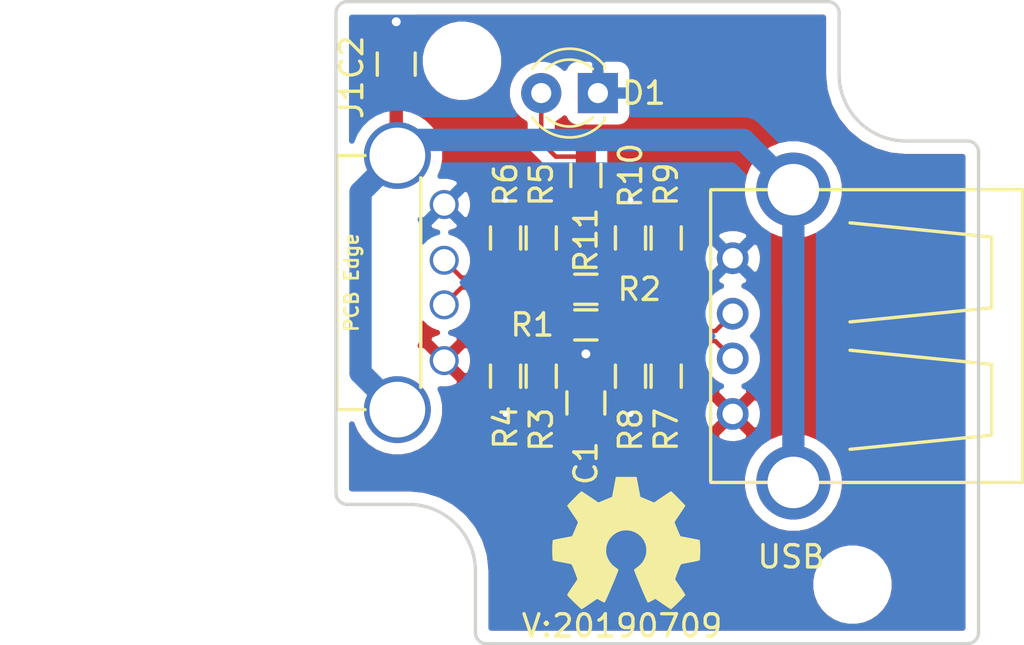
<source format=kicad_pcb>
(kicad_pcb (version 20171130) (host pcbnew 5.1.2-f72e74a~84~ubuntu18.04.1)

  (general
    (thickness 1.6)
    (drawings 16)
    (tracks 64)
    (zones 0)
    (modules 20)
    (nets 9)
  )

  (page A4)
  (layers
    (0 F.Cu signal)
    (31 B.Cu signal)
    (32 B.Adhes user)
    (33 F.Adhes user)
    (34 B.Paste user)
    (35 F.Paste user)
    (36 B.SilkS user)
    (37 F.SilkS user)
    (38 B.Mask user)
    (39 F.Mask user)
    (40 Dwgs.User user)
    (41 Cmts.User user)
    (42 Eco1.User user)
    (43 Eco2.User user)
    (44 Edge.Cuts user)
    (45 Margin user)
    (46 B.CrtYd user)
    (47 F.CrtYd user)
    (48 B.Fab user)
    (49 F.Fab user)
  )

  (setup
    (last_trace_width 0.2)
    (user_trace_width 0.1524)
    (user_trace_width 0.2)
    (user_trace_width 0.3)
    (user_trace_width 0.4)
    (user_trace_width 0.6)
    (user_trace_width 1)
    (user_trace_width 1.5)
    (user_trace_width 2)
    (trace_clearance 0.1524)
    (zone_clearance 0.508)
    (zone_45_only no)
    (trace_min 0.1524)
    (via_size 0.381)
    (via_drill 0.254)
    (via_min_size 0.381)
    (via_min_drill 0.254)
    (user_via 0.4 0.254)
    (user_via 0.6 0.4)
    (user_via 0.8 0.6)
    (user_via 1 0.8)
    (user_via 1.3 1)
    (user_via 1.5 1.2)
    (user_via 1.7 1.4)
    (user_via 1.9 1.6)
    (uvia_size 0.381)
    (uvia_drill 0.254)
    (uvias_allowed no)
    (uvia_min_size 0.381)
    (uvia_min_drill 0.254)
    (edge_width 0.15)
    (segment_width 0.2)
    (pcb_text_width 0.3)
    (pcb_text_size 1.5 1.5)
    (mod_edge_width 0.15)
    (mod_text_size 1 1)
    (mod_text_width 0.15)
    (pad_size 1.524 1.524)
    (pad_drill 0.762)
    (pad_to_mask_clearance 0.1)
    (solder_mask_min_width 0.15)
    (aux_axis_origin 0 0)
    (visible_elements FFFFFF7F)
    (pcbplotparams
      (layerselection 0x010fc_ffffffff)
      (usegerberextensions true)
      (usegerberattributes false)
      (usegerberadvancedattributes false)
      (creategerberjobfile false)
      (excludeedgelayer true)
      (linewidth 0.100000)
      (plotframeref false)
      (viasonmask false)
      (mode 1)
      (useauxorigin false)
      (hpglpennumber 1)
      (hpglpenspeed 20)
      (hpglpendiameter 15.000000)
      (psnegative false)
      (psa4output false)
      (plotreference true)
      (plotvalue true)
      (plotinvisibletext false)
      (padsonsilk false)
      (subtractmaskfromsilk false)
      (outputformat 1)
      (mirror false)
      (drillshape 0)
      (scaleselection 1)
      (outputdirectory "OSH_Park_2_layer_plots"))
  )

  (net 0 "")
  (net 1 /VBUS)
  (net 2 /GND)
  (net 3 /Shield)
  (net 4 /IN_USB-D-)
  (net 5 /IN_USB-D+)
  (net 6 /OUT_USB-D+)
  (net 7 /OUT_USB-D-)
  (net 8 "Net-(D1-Pad2)")

  (net_class Default "This is the default net class."
    (clearance 0.1524)
    (trace_width 0.1524)
    (via_dia 0.381)
    (via_drill 0.254)
    (uvia_dia 0.381)
    (uvia_drill 0.254)
    (add_net /GND)
    (add_net /IN_USB-D+)
    (add_net /IN_USB-D-)
    (add_net /OUT_USB-D+)
    (add_net /OUT_USB-D-)
    (add_net /Shield)
    (add_net /VBUS)
    (add_net "Net-(D1-Pad2)")
  )

  (module SquantorUsb:USB_A-Plug-generic (layer F.Cu) (tedit 5D24EEB1) (tstamp 5CA26DB2)
    (at 137.3 99.5 270)
    (path /5CA209B1)
    (fp_text reference J1 (at -8.2 3.1 270) (layer F.SilkS)
      (effects (font (size 1 1) (thickness 0.15)))
    )
    (fp_text value USB (at 0 14.605 270) (layer F.Fab)
      (effects (font (size 1 1) (thickness 0.15)))
    )
    (fp_line (start 7.4 -2) (end 7.4 3.7) (layer F.CrtYd) (width 0.05))
    (fp_line (start -7.4 3.7) (end 7.4 3.7) (layer F.CrtYd) (width 0.05))
    (fp_line (start -7.4 -2) (end -7.4 3.7) (layer F.CrtYd) (width 0.05))
    (fp_line (start -7.4 -2) (end 7.4 -2) (layer F.CrtYd) (width 0.05))
    (fp_line (start -5.7 0) (end 5.7 0) (layer F.Fab) (width 0.12))
    (fp_line (start -5.7 18.8) (end 5.7 18.8) (layer F.Fab) (width 0.12))
    (fp_line (start 5.7 0) (end 5.7 18.8) (layer F.Fab) (width 0.12))
    (fp_line (start -5.7 0) (end -5.7 18.8) (layer F.Fab) (width 0.12))
    (fp_text user "PCB Edge" (at 0 3.1 270) (layer F.SilkS)
      (effects (font (size 0.6 0.6) (thickness 0.12)))
    )
    (fp_line (start 5.7 3.75) (end 5.7 2.5) (layer F.SilkS) (width 0.15))
    (fp_line (start -5.7 3.75) (end -5.7 2.5) (layer F.SilkS) (width 0.15))
    (fp_line (start -4.7 0) (end 4.7 0) (layer F.SilkS) (width 0.15))
    (fp_line (start -5.7 3.75) (end 5.7 3.75) (layer F.SilkS) (width 0.15))
    (pad S thru_hole circle (at 5.7 1.05 270) (size 3 3) (drill 2.5) (layers *.Cu *.Mask)
      (net 3 /Shield))
    (pad S thru_hole circle (at -5.7 1.05 270) (size 3 3) (drill 2.5) (layers *.Cu *.Mask)
      (net 3 /Shield))
    (pad "" np_thru_hole circle (at 2.25 1.05 270) (size 1.1 1.1) (drill 1.1) (layers *.Cu *.Mask))
    (pad "" np_thru_hole circle (at -2.25 1.05 270) (size 1.1 1.1) (drill 1.1) (layers *.Cu *.Mask))
    (pad 1 thru_hole circle (at 3.5 -1.05 270) (size 1.3 1.3) (drill 1) (layers *.Cu *.Mask)
      (net 1 /VBUS))
    (pad 2 thru_hole circle (at 1 -1.05 270) (size 1.3 1.3) (drill 1) (layers *.Cu *.Mask)
      (net 4 /IN_USB-D-))
    (pad 3 thru_hole circle (at -1 -1.05 270) (size 1.3 1.3) (drill 1) (layers *.Cu *.Mask)
      (net 5 /IN_USB-D+))
    (pad 4 thru_hole circle (at -3.5 -1.05 270) (size 1.3 1.3) (drill 1) (layers *.Cu *.Mask)
      (net 2 /GND))
  )

  (module SquantorRcl:C_0805 (layer F.Cu) (tedit 5415D6EA) (tstamp 5CA28789)
    (at 136.2 89.7 270)
    (descr "Capacitor SMD 0805, reflow soldering, AVX (see smccp.pdf)")
    (tags "capacitor 0805")
    (path /5CA5667C)
    (attr smd)
    (fp_text reference C2 (at -0.3 2 270) (layer F.SilkS)
      (effects (font (size 1 1) (thickness 0.15)))
    )
    (fp_text value 100n (at 0 2.1 270) (layer F.Fab)
      (effects (font (size 1 1) (thickness 0.15)))
    )
    (fp_line (start -0.5 0.85) (end 0.5 0.85) (layer F.SilkS) (width 0.15))
    (fp_line (start 0.5 -0.85) (end -0.5 -0.85) (layer F.SilkS) (width 0.15))
    (fp_line (start 1.8 -1) (end 1.8 1) (layer F.CrtYd) (width 0.05))
    (fp_line (start -1.8 -1) (end -1.8 1) (layer F.CrtYd) (width 0.05))
    (fp_line (start -1.8 1) (end 1.8 1) (layer F.CrtYd) (width 0.05))
    (fp_line (start -1.8 -1) (end 1.8 -1) (layer F.CrtYd) (width 0.05))
    (fp_line (start -1 -0.625) (end 1 -0.625) (layer F.Fab) (width 0.15))
    (fp_line (start 1 -0.625) (end 1 0.625) (layer F.Fab) (width 0.15))
    (fp_line (start 1 0.625) (end -1 0.625) (layer F.Fab) (width 0.15))
    (fp_line (start -1 0.625) (end -1 -0.625) (layer F.Fab) (width 0.15))
    (pad 2 smd rect (at 1 0 270) (size 1 1.25) (layers F.Cu F.Paste F.Mask)
      (net 3 /Shield))
    (pad 1 smd rect (at -1 0 270) (size 1 1.25) (layers F.Cu F.Paste F.Mask)
      (net 2 /GND))
    (model Capacitors_SMD.3dshapes/C_0805.wrl
      (at (xyz 0 0 0))
      (scale (xyz 1 1 1))
      (rotate (xyz 0 0 0))
    )
  )

  (module SquantorRcl:R_0603_hand (layer F.Cu) (tedit 587552B0) (tstamp 5CA28519)
    (at 144.7 94.7 270)
    (descr "Resistor SMD 0603, reflow soldering, Vishay (see dcrcw.pdf)")
    (tags "resistor 0603")
    (path /5CA47FD8)
    (attr smd)
    (fp_text reference R11 (at 2.9 0 270) (layer F.SilkS)
      (effects (font (size 1 1) (thickness 0.15)))
    )
    (fp_text value 1K (at 3 0 270) (layer F.Fab)
      (effects (font (size 1 1) (thickness 0.15)))
    )
    (fp_line (start -0.5 -0.675) (end 0.5 -0.675) (layer F.SilkS) (width 0.15))
    (fp_line (start 0.5 0.675) (end -0.5 0.675) (layer F.SilkS) (width 0.15))
    (fp_line (start 1.5 -0.8) (end 1.5 0.8) (layer F.CrtYd) (width 0.05))
    (fp_line (start -1.5 -0.8) (end -1.5 0.8) (layer F.CrtYd) (width 0.05))
    (fp_line (start -1.5 0.8) (end 1.5 0.8) (layer F.CrtYd) (width 0.05))
    (fp_line (start -1.5 -0.8) (end 1.5 -0.8) (layer F.CrtYd) (width 0.05))
    (fp_line (start -0.8 -0.4) (end 0.8 -0.4) (layer F.Fab) (width 0.1))
    (fp_line (start 0.8 -0.4) (end 0.8 0.4) (layer F.Fab) (width 0.1))
    (fp_line (start 0.8 0.4) (end -0.8 0.4) (layer F.Fab) (width 0.1))
    (fp_line (start -0.8 0.4) (end -0.8 -0.4) (layer F.Fab) (width 0.1))
    (pad 2 smd rect (at 0.85 0 270) (size 0.7 0.9) (layers F.Cu F.Paste F.Mask)
      (net 1 /VBUS))
    (pad 1 smd rect (at -0.85 0 270) (size 0.7 0.9) (layers F.Cu F.Paste F.Mask)
      (net 8 "Net-(D1-Pad2)"))
    (model Resistors_SMD.3dshapes/R_0603.wrl
      (at (xyz 0 0 0))
      (scale (xyz 1 1 1))
      (rotate (xyz 0 0 0))
    )
  )

  (module LED_THT:LED_D3.0mm (layer F.Cu) (tedit 587A3A7B) (tstamp 5CA28367)
    (at 145.24 91 180)
    (descr "LED, diameter 3.0mm, 2 pins")
    (tags "LED diameter 3.0mm 2 pins")
    (path /5CA493DE)
    (fp_text reference D1 (at -2.06 0 180) (layer F.SilkS)
      (effects (font (size 1 1) (thickness 0.15)))
    )
    (fp_text value LED (at -2.46 0 180) (layer F.Fab)
      (effects (font (size 1 1) (thickness 0.15)))
    )
    (fp_line (start 3.7 -2.25) (end -1.15 -2.25) (layer F.CrtYd) (width 0.05))
    (fp_line (start 3.7 2.25) (end 3.7 -2.25) (layer F.CrtYd) (width 0.05))
    (fp_line (start -1.15 2.25) (end 3.7 2.25) (layer F.CrtYd) (width 0.05))
    (fp_line (start -1.15 -2.25) (end -1.15 2.25) (layer F.CrtYd) (width 0.05))
    (fp_line (start -0.29 1.08) (end -0.29 1.236) (layer F.SilkS) (width 0.12))
    (fp_line (start -0.29 -1.236) (end -0.29 -1.08) (layer F.SilkS) (width 0.12))
    (fp_line (start -0.23 -1.16619) (end -0.23 1.16619) (layer F.Fab) (width 0.1))
    (fp_circle (center 1.27 0) (end 2.77 0) (layer F.Fab) (width 0.1))
    (fp_arc (start 1.27 0) (end 0.229039 1.08) (angle -87.9) (layer F.SilkS) (width 0.12))
    (fp_arc (start 1.27 0) (end 0.229039 -1.08) (angle 87.9) (layer F.SilkS) (width 0.12))
    (fp_arc (start 1.27 0) (end -0.29 1.235516) (angle -108.8) (layer F.SilkS) (width 0.12))
    (fp_arc (start 1.27 0) (end -0.29 -1.235516) (angle 108.8) (layer F.SilkS) (width 0.12))
    (fp_arc (start 1.27 0) (end -0.23 -1.16619) (angle 284.3) (layer F.Fab) (width 0.1))
    (pad 2 thru_hole circle (at 2.54 0 180) (size 1.8 1.8) (drill 0.9) (layers *.Cu *.Mask)
      (net 8 "Net-(D1-Pad2)"))
    (pad 1 thru_hole rect (at 0 0 180) (size 1.8 1.8) (drill 0.9) (layers *.Cu *.Mask)
      (net 2 /GND))
    (model ${KISYS3DMOD}/LED_THT.3dshapes/LED_D3.0mm.wrl
      (at (xyz 0 0 0))
      (scale (xyz 1 1 1))
      (rotate (xyz 0 0 0))
    )
  )

  (module SquantorRcl:C_0805 (layer F.Cu) (tedit 5415D6EA) (tstamp 5CA28354)
    (at 144.7 104.9 270)
    (descr "Capacitor SMD 0805, reflow soldering, AVX (see smccp.pdf)")
    (tags "capacitor 0805")
    (path /5CA52070)
    (attr smd)
    (fp_text reference C1 (at 2.7 0 270) (layer F.SilkS)
      (effects (font (size 1 1) (thickness 0.15)))
    )
    (fp_text value 1u (at 2.7 0 270) (layer F.Fab)
      (effects (font (size 1 1) (thickness 0.15)))
    )
    (fp_line (start -0.5 0.85) (end 0.5 0.85) (layer F.SilkS) (width 0.15))
    (fp_line (start 0.5 -0.85) (end -0.5 -0.85) (layer F.SilkS) (width 0.15))
    (fp_line (start 1.8 -1) (end 1.8 1) (layer F.CrtYd) (width 0.05))
    (fp_line (start -1.8 -1) (end -1.8 1) (layer F.CrtYd) (width 0.05))
    (fp_line (start -1.8 1) (end 1.8 1) (layer F.CrtYd) (width 0.05))
    (fp_line (start -1.8 -1) (end 1.8 -1) (layer F.CrtYd) (width 0.05))
    (fp_line (start -1 -0.625) (end 1 -0.625) (layer F.Fab) (width 0.15))
    (fp_line (start 1 -0.625) (end 1 0.625) (layer F.Fab) (width 0.15))
    (fp_line (start 1 0.625) (end -1 0.625) (layer F.Fab) (width 0.15))
    (fp_line (start -1 0.625) (end -1 -0.625) (layer F.Fab) (width 0.15))
    (pad 2 smd rect (at 1 0 270) (size 1 1.25) (layers F.Cu F.Paste F.Mask)
      (net 1 /VBUS))
    (pad 1 smd rect (at -1 0 270) (size 1 1.25) (layers F.Cu F.Paste F.Mask)
      (net 2 /GND))
    (model Capacitors_SMD.3dshapes/C_0805.wrl
      (at (xyz 0 0 0))
      (scale (xyz 1 1 1))
      (rotate (xyz 0 0 0))
    )
  )

  (module SquantorRcl:R_0603_hand (layer F.Cu) (tedit 587552B0) (tstamp 5CA27B6C)
    (at 146.7 97.5 270)
    (descr "Resistor SMD 0603, reflow soldering, Vishay (see dcrcw.pdf)")
    (tags "resistor 0603")
    (path /5CA2F8C7)
    (attr smd)
    (fp_text reference R10 (at -2.8 0 270) (layer F.SilkS)
      (effects (font (size 1 1) (thickness 0.15)))
    )
    (fp_text value TBD (at -2.9 0 270) (layer F.Fab)
      (effects (font (size 1 1) (thickness 0.15)))
    )
    (fp_line (start -0.5 -0.675) (end 0.5 -0.675) (layer F.SilkS) (width 0.15))
    (fp_line (start 0.5 0.675) (end -0.5 0.675) (layer F.SilkS) (width 0.15))
    (fp_line (start 1.5 -0.8) (end 1.5 0.8) (layer F.CrtYd) (width 0.05))
    (fp_line (start -1.5 -0.8) (end -1.5 0.8) (layer F.CrtYd) (width 0.05))
    (fp_line (start -1.5 0.8) (end 1.5 0.8) (layer F.CrtYd) (width 0.05))
    (fp_line (start -1.5 -0.8) (end 1.5 -0.8) (layer F.CrtYd) (width 0.05))
    (fp_line (start -0.8 -0.4) (end 0.8 -0.4) (layer F.Fab) (width 0.1))
    (fp_line (start 0.8 -0.4) (end 0.8 0.4) (layer F.Fab) (width 0.1))
    (fp_line (start 0.8 0.4) (end -0.8 0.4) (layer F.Fab) (width 0.1))
    (fp_line (start -0.8 0.4) (end -0.8 -0.4) (layer F.Fab) (width 0.1))
    (pad 2 smd rect (at 0.85 0 270) (size 0.7 0.9) (layers F.Cu F.Paste F.Mask)
      (net 6 /OUT_USB-D+))
    (pad 1 smd rect (at -0.85 0 270) (size 0.7 0.9) (layers F.Cu F.Paste F.Mask)
      (net 2 /GND))
    (model Resistors_SMD.3dshapes/R_0603.wrl
      (at (xyz 0 0 0))
      (scale (xyz 1 1 1))
      (rotate (xyz 0 0 0))
    )
  )

  (module SquantorRcl:R_0603_hand (layer F.Cu) (tedit 587552B0) (tstamp 5CA27C20)
    (at 148.3 97.5 90)
    (descr "Resistor SMD 0603, reflow soldering, Vishay (see dcrcw.pdf)")
    (tags "resistor 0603")
    (path /5CA2CD8C)
    (attr smd)
    (fp_text reference R9 (at 2.4 0 270) (layer F.SilkS)
      (effects (font (size 1 1) (thickness 0.15)))
    )
    (fp_text value TBD (at 2.8 0 270) (layer F.Fab)
      (effects (font (size 1 1) (thickness 0.15)))
    )
    (fp_line (start -0.5 -0.675) (end 0.5 -0.675) (layer F.SilkS) (width 0.15))
    (fp_line (start 0.5 0.675) (end -0.5 0.675) (layer F.SilkS) (width 0.15))
    (fp_line (start 1.5 -0.8) (end 1.5 0.8) (layer F.CrtYd) (width 0.05))
    (fp_line (start -1.5 -0.8) (end -1.5 0.8) (layer F.CrtYd) (width 0.05))
    (fp_line (start -1.5 0.8) (end 1.5 0.8) (layer F.CrtYd) (width 0.05))
    (fp_line (start -1.5 -0.8) (end 1.5 -0.8) (layer F.CrtYd) (width 0.05))
    (fp_line (start -0.8 -0.4) (end 0.8 -0.4) (layer F.Fab) (width 0.1))
    (fp_line (start 0.8 -0.4) (end 0.8 0.4) (layer F.Fab) (width 0.1))
    (fp_line (start 0.8 0.4) (end -0.8 0.4) (layer F.Fab) (width 0.1))
    (fp_line (start -0.8 0.4) (end -0.8 -0.4) (layer F.Fab) (width 0.1))
    (pad 2 smd rect (at 0.85 0 90) (size 0.7 0.9) (layers F.Cu F.Paste F.Mask)
      (net 1 /VBUS))
    (pad 1 smd rect (at -0.85 0 90) (size 0.7 0.9) (layers F.Cu F.Paste F.Mask)
      (net 6 /OUT_USB-D+))
    (model Resistors_SMD.3dshapes/R_0603.wrl
      (at (xyz 0 0 0))
      (scale (xyz 1 1 1))
      (rotate (xyz 0 0 0))
    )
  )

  (module SquantorRcl:R_0603_hand (layer F.Cu) (tedit 587552B0) (tstamp 5CA27624)
    (at 146.7 103.7 90)
    (descr "Resistor SMD 0603, reflow soldering, Vishay (see dcrcw.pdf)")
    (tags "resistor 0603")
    (path /5CA2F8BD)
    (attr smd)
    (fp_text reference R8 (at -2.4 0 270) (layer F.SilkS)
      (effects (font (size 1 1) (thickness 0.15)))
    )
    (fp_text value TBD (at -2.8 0 270) (layer F.Fab)
      (effects (font (size 1 1) (thickness 0.15)))
    )
    (fp_line (start -0.5 -0.675) (end 0.5 -0.675) (layer F.SilkS) (width 0.15))
    (fp_line (start 0.5 0.675) (end -0.5 0.675) (layer F.SilkS) (width 0.15))
    (fp_line (start 1.5 -0.8) (end 1.5 0.8) (layer F.CrtYd) (width 0.05))
    (fp_line (start -1.5 -0.8) (end -1.5 0.8) (layer F.CrtYd) (width 0.05))
    (fp_line (start -1.5 0.8) (end 1.5 0.8) (layer F.CrtYd) (width 0.05))
    (fp_line (start -1.5 -0.8) (end 1.5 -0.8) (layer F.CrtYd) (width 0.05))
    (fp_line (start -0.8 -0.4) (end 0.8 -0.4) (layer F.Fab) (width 0.1))
    (fp_line (start 0.8 -0.4) (end 0.8 0.4) (layer F.Fab) (width 0.1))
    (fp_line (start 0.8 0.4) (end -0.8 0.4) (layer F.Fab) (width 0.1))
    (fp_line (start -0.8 0.4) (end -0.8 -0.4) (layer F.Fab) (width 0.1))
    (pad 2 smd rect (at 0.85 0 90) (size 0.7 0.9) (layers F.Cu F.Paste F.Mask)
      (net 7 /OUT_USB-D-))
    (pad 1 smd rect (at -0.85 0 90) (size 0.7 0.9) (layers F.Cu F.Paste F.Mask)
      (net 2 /GND))
    (model Resistors_SMD.3dshapes/R_0603.wrl
      (at (xyz 0 0 0))
      (scale (xyz 1 1 1))
      (rotate (xyz 0 0 0))
    )
  )

  (module SquantorRcl:R_0603_hand (layer F.Cu) (tedit 587552B0) (tstamp 5CA27BC6)
    (at 148.3 103.7 270)
    (descr "Resistor SMD 0603, reflow soldering, Vishay (see dcrcw.pdf)")
    (tags "resistor 0603")
    (path /5CA2BF4E)
    (attr smd)
    (fp_text reference R7 (at 2.4 0 270) (layer F.SilkS)
      (effects (font (size 1 1) (thickness 0.15)))
    )
    (fp_text value TBD (at 0 1.9 270) (layer F.Fab)
      (effects (font (size 1 1) (thickness 0.15)))
    )
    (fp_line (start -0.5 -0.675) (end 0.5 -0.675) (layer F.SilkS) (width 0.15))
    (fp_line (start 0.5 0.675) (end -0.5 0.675) (layer F.SilkS) (width 0.15))
    (fp_line (start 1.5 -0.8) (end 1.5 0.8) (layer F.CrtYd) (width 0.05))
    (fp_line (start -1.5 -0.8) (end -1.5 0.8) (layer F.CrtYd) (width 0.05))
    (fp_line (start -1.5 0.8) (end 1.5 0.8) (layer F.CrtYd) (width 0.05))
    (fp_line (start -1.5 -0.8) (end 1.5 -0.8) (layer F.CrtYd) (width 0.05))
    (fp_line (start -0.8 -0.4) (end 0.8 -0.4) (layer F.Fab) (width 0.1))
    (fp_line (start 0.8 -0.4) (end 0.8 0.4) (layer F.Fab) (width 0.1))
    (fp_line (start 0.8 0.4) (end -0.8 0.4) (layer F.Fab) (width 0.1))
    (fp_line (start -0.8 0.4) (end -0.8 -0.4) (layer F.Fab) (width 0.1))
    (pad 2 smd rect (at 0.85 0 270) (size 0.7 0.9) (layers F.Cu F.Paste F.Mask)
      (net 1 /VBUS))
    (pad 1 smd rect (at -0.85 0 270) (size 0.7 0.9) (layers F.Cu F.Paste F.Mask)
      (net 7 /OUT_USB-D-))
    (model Resistors_SMD.3dshapes/R_0603.wrl
      (at (xyz 0 0 0))
      (scale (xyz 1 1 1))
      (rotate (xyz 0 0 0))
    )
  )

  (module SquantorRcl:R_0603_hand (layer F.Cu) (tedit 587552B0) (tstamp 5CA27B3F)
    (at 141.1 97.5 270)
    (descr "Resistor SMD 0603, reflow soldering, Vishay (see dcrcw.pdf)")
    (tags "resistor 0603")
    (path /5CA34846)
    (attr smd)
    (fp_text reference R6 (at -2.4 0 90) (layer F.SilkS)
      (effects (font (size 1 1) (thickness 0.15)))
    )
    (fp_text value TBD (at -2.8 0 90) (layer F.Fab)
      (effects (font (size 1 1) (thickness 0.15)))
    )
    (fp_line (start -0.5 -0.675) (end 0.5 -0.675) (layer F.SilkS) (width 0.15))
    (fp_line (start 0.5 0.675) (end -0.5 0.675) (layer F.SilkS) (width 0.15))
    (fp_line (start 1.5 -0.8) (end 1.5 0.8) (layer F.CrtYd) (width 0.05))
    (fp_line (start -1.5 -0.8) (end -1.5 0.8) (layer F.CrtYd) (width 0.05))
    (fp_line (start -1.5 0.8) (end 1.5 0.8) (layer F.CrtYd) (width 0.05))
    (fp_line (start -1.5 -0.8) (end 1.5 -0.8) (layer F.CrtYd) (width 0.05))
    (fp_line (start -0.8 -0.4) (end 0.8 -0.4) (layer F.Fab) (width 0.1))
    (fp_line (start 0.8 -0.4) (end 0.8 0.4) (layer F.Fab) (width 0.1))
    (fp_line (start 0.8 0.4) (end -0.8 0.4) (layer F.Fab) (width 0.1))
    (fp_line (start -0.8 0.4) (end -0.8 -0.4) (layer F.Fab) (width 0.1))
    (pad 2 smd rect (at 0.85 0 270) (size 0.7 0.9) (layers F.Cu F.Paste F.Mask)
      (net 5 /IN_USB-D+))
    (pad 1 smd rect (at -0.85 0 270) (size 0.7 0.9) (layers F.Cu F.Paste F.Mask)
      (net 2 /GND))
    (model Resistors_SMD.3dshapes/R_0603.wrl
      (at (xyz 0 0 0))
      (scale (xyz 1 1 1))
      (rotate (xyz 0 0 0))
    )
  )

  (module SquantorRcl:R_0603_hand (layer F.Cu) (tedit 587552B0) (tstamp 5D2547F5)
    (at 142.7 97.5 90)
    (descr "Resistor SMD 0603, reflow soldering, Vishay (see dcrcw.pdf)")
    (tags "resistor 0603")
    (path /5CA2A5AB)
    (attr smd)
    (fp_text reference R5 (at 2.4 0 90) (layer F.SilkS)
      (effects (font (size 1 1) (thickness 0.15)))
    )
    (fp_text value TBD (at 2.9 0 90) (layer F.Fab)
      (effects (font (size 1 1) (thickness 0.15)))
    )
    (fp_line (start -0.5 -0.675) (end 0.5 -0.675) (layer F.SilkS) (width 0.15))
    (fp_line (start 0.5 0.675) (end -0.5 0.675) (layer F.SilkS) (width 0.15))
    (fp_line (start 1.5 -0.8) (end 1.5 0.8) (layer F.CrtYd) (width 0.05))
    (fp_line (start -1.5 -0.8) (end -1.5 0.8) (layer F.CrtYd) (width 0.05))
    (fp_line (start -1.5 0.8) (end 1.5 0.8) (layer F.CrtYd) (width 0.05))
    (fp_line (start -1.5 -0.8) (end 1.5 -0.8) (layer F.CrtYd) (width 0.05))
    (fp_line (start -0.8 -0.4) (end 0.8 -0.4) (layer F.Fab) (width 0.1))
    (fp_line (start 0.8 -0.4) (end 0.8 0.4) (layer F.Fab) (width 0.1))
    (fp_line (start 0.8 0.4) (end -0.8 0.4) (layer F.Fab) (width 0.1))
    (fp_line (start -0.8 0.4) (end -0.8 -0.4) (layer F.Fab) (width 0.1))
    (pad 2 smd rect (at 0.85 0 90) (size 0.7 0.9) (layers F.Cu F.Paste F.Mask)
      (net 1 /VBUS))
    (pad 1 smd rect (at -0.85 0 90) (size 0.7 0.9) (layers F.Cu F.Paste F.Mask)
      (net 5 /IN_USB-D+))
    (model Resistors_SMD.3dshapes/R_0603.wrl
      (at (xyz 0 0 0))
      (scale (xyz 1 1 1))
      (rotate (xyz 0 0 0))
    )
  )

  (module SquantorRcl:R_0603_hand (layer F.Cu) (tedit 587552B0) (tstamp 5CA27AE5)
    (at 141.1 103.7 90)
    (descr "Resistor SMD 0603, reflow soldering, Vishay (see dcrcw.pdf)")
    (tags "resistor 0603")
    (path /5CA3483C)
    (attr smd)
    (fp_text reference R4 (at -2.3 0 90) (layer F.SilkS)
      (effects (font (size 1 1) (thickness 0.15)))
    )
    (fp_text value TBD (at -2.9 0 90) (layer F.Fab)
      (effects (font (size 1 1) (thickness 0.15)))
    )
    (fp_line (start -0.5 -0.675) (end 0.5 -0.675) (layer F.SilkS) (width 0.15))
    (fp_line (start 0.5 0.675) (end -0.5 0.675) (layer F.SilkS) (width 0.15))
    (fp_line (start 1.5 -0.8) (end 1.5 0.8) (layer F.CrtYd) (width 0.05))
    (fp_line (start -1.5 -0.8) (end -1.5 0.8) (layer F.CrtYd) (width 0.05))
    (fp_line (start -1.5 0.8) (end 1.5 0.8) (layer F.CrtYd) (width 0.05))
    (fp_line (start -1.5 -0.8) (end 1.5 -0.8) (layer F.CrtYd) (width 0.05))
    (fp_line (start -0.8 -0.4) (end 0.8 -0.4) (layer F.Fab) (width 0.1))
    (fp_line (start 0.8 -0.4) (end 0.8 0.4) (layer F.Fab) (width 0.1))
    (fp_line (start 0.8 0.4) (end -0.8 0.4) (layer F.Fab) (width 0.1))
    (fp_line (start -0.8 0.4) (end -0.8 -0.4) (layer F.Fab) (width 0.1))
    (pad 2 smd rect (at 0.85 0 90) (size 0.7 0.9) (layers F.Cu F.Paste F.Mask)
      (net 4 /IN_USB-D-))
    (pad 1 smd rect (at -0.85 0 90) (size 0.7 0.9) (layers F.Cu F.Paste F.Mask)
      (net 2 /GND))
    (model Resistors_SMD.3dshapes/R_0603.wrl
      (at (xyz 0 0 0))
      (scale (xyz 1 1 1))
      (rotate (xyz 0 0 0))
    )
  )

  (module SquantorRcl:R_0603_hand (layer F.Cu) (tedit 587552B0) (tstamp 5CA27B99)
    (at 142.7 103.7 270)
    (descr "Resistor SMD 0603, reflow soldering, Vishay (see dcrcw.pdf)")
    (tags "resistor 0603")
    (path /5CA28D99)
    (attr smd)
    (fp_text reference R3 (at 2.4 0 90) (layer F.SilkS)
      (effects (font (size 1 1) (thickness 0.15)))
    )
    (fp_text value TBD (at 2.9 0 90) (layer F.Fab)
      (effects (font (size 1 1) (thickness 0.15)))
    )
    (fp_line (start -0.5 -0.675) (end 0.5 -0.675) (layer F.SilkS) (width 0.15))
    (fp_line (start 0.5 0.675) (end -0.5 0.675) (layer F.SilkS) (width 0.15))
    (fp_line (start 1.5 -0.8) (end 1.5 0.8) (layer F.CrtYd) (width 0.05))
    (fp_line (start -1.5 -0.8) (end -1.5 0.8) (layer F.CrtYd) (width 0.05))
    (fp_line (start -1.5 0.8) (end 1.5 0.8) (layer F.CrtYd) (width 0.05))
    (fp_line (start -1.5 -0.8) (end 1.5 -0.8) (layer F.CrtYd) (width 0.05))
    (fp_line (start -0.8 -0.4) (end 0.8 -0.4) (layer F.Fab) (width 0.1))
    (fp_line (start 0.8 -0.4) (end 0.8 0.4) (layer F.Fab) (width 0.1))
    (fp_line (start 0.8 0.4) (end -0.8 0.4) (layer F.Fab) (width 0.1))
    (fp_line (start -0.8 0.4) (end -0.8 -0.4) (layer F.Fab) (width 0.1))
    (pad 2 smd rect (at 0.85 0 270) (size 0.7 0.9) (layers F.Cu F.Paste F.Mask)
      (net 1 /VBUS))
    (pad 1 smd rect (at -0.85 0 270) (size 0.7 0.9) (layers F.Cu F.Paste F.Mask)
      (net 4 /IN_USB-D-))
    (model Resistors_SMD.3dshapes/R_0603.wrl
      (at (xyz 0 0 0))
      (scale (xyz 1 1 1))
      (rotate (xyz 0 0 0))
    )
  )

  (module Symbols:OSHW-Symbol_6.7x6mm_SilkScreen (layer F.Cu) (tedit 0) (tstamp 5A135134)
    (at 146.5 111.2)
    (descr "Open Source Hardware Symbol")
    (tags "Logo Symbol OSHW")
    (path /5A135869)
    (attr virtual)
    (fp_text reference N1 (at 0 0) (layer F.SilkS) hide
      (effects (font (size 1 1) (thickness 0.15)))
    )
    (fp_text value OHWLOGO (at 0.75 0) (layer F.Fab) hide
      (effects (font (size 1 1) (thickness 0.15)))
    )
    (fp_poly (pts (xy 0.555814 -2.531069) (xy 0.639635 -2.086445) (xy 0.94892 -1.958947) (xy 1.258206 -1.831449)
      (xy 1.629246 -2.083754) (xy 1.733157 -2.154004) (xy 1.827087 -2.216728) (xy 1.906652 -2.269062)
      (xy 1.96747 -2.308143) (xy 2.005157 -2.331107) (xy 2.015421 -2.336058) (xy 2.03391 -2.323324)
      (xy 2.07342 -2.288118) (xy 2.129522 -2.234938) (xy 2.197787 -2.168282) (xy 2.273786 -2.092646)
      (xy 2.353092 -2.012528) (xy 2.431275 -1.932426) (xy 2.503907 -1.856836) (xy 2.566559 -1.790255)
      (xy 2.614803 -1.737182) (xy 2.64421 -1.702113) (xy 2.651241 -1.690377) (xy 2.641123 -1.66874)
      (xy 2.612759 -1.621338) (xy 2.569129 -1.552807) (xy 2.513218 -1.467785) (xy 2.448006 -1.370907)
      (xy 2.410219 -1.31565) (xy 2.341343 -1.214752) (xy 2.28014 -1.123701) (xy 2.229578 -1.04703)
      (xy 2.192628 -0.989272) (xy 2.172258 -0.954957) (xy 2.169197 -0.947746) (xy 2.176136 -0.927252)
      (xy 2.195051 -0.879487) (xy 2.223087 -0.811168) (xy 2.257391 -0.729011) (xy 2.295109 -0.63973)
      (xy 2.333387 -0.550042) (xy 2.36937 -0.466662) (xy 2.400206 -0.396306) (xy 2.423039 -0.34569)
      (xy 2.435017 -0.321529) (xy 2.435724 -0.320578) (xy 2.454531 -0.315964) (xy 2.504618 -0.305672)
      (xy 2.580793 -0.290713) (xy 2.677865 -0.272099) (xy 2.790643 -0.250841) (xy 2.856442 -0.238582)
      (xy 2.97695 -0.215638) (xy 3.085797 -0.193805) (xy 3.177476 -0.174278) (xy 3.246481 -0.158252)
      (xy 3.287304 -0.146921) (xy 3.295511 -0.143326) (xy 3.303548 -0.118994) (xy 3.310033 -0.064041)
      (xy 3.31497 0.015108) (xy 3.318364 0.112026) (xy 3.320218 0.220287) (xy 3.320538 0.333465)
      (xy 3.319327 0.445135) (xy 3.31659 0.548868) (xy 3.312331 0.638241) (xy 3.306555 0.706826)
      (xy 3.299267 0.748197) (xy 3.294895 0.75681) (xy 3.268764 0.767133) (xy 3.213393 0.781892)
      (xy 3.136107 0.799352) (xy 3.04423 0.81778) (xy 3.012158 0.823741) (xy 2.857524 0.852066)
      (xy 2.735375 0.874876) (xy 2.641673 0.89308) (xy 2.572384 0.907583) (xy 2.523471 0.919292)
      (xy 2.490897 0.929115) (xy 2.470628 0.937956) (xy 2.458626 0.946724) (xy 2.456947 0.948457)
      (xy 2.440184 0.976371) (xy 2.414614 1.030695) (xy 2.382788 1.104777) (xy 2.34726 1.191965)
      (xy 2.310583 1.285608) (xy 2.275311 1.379052) (xy 2.243996 1.465647) (xy 2.219193 1.53874)
      (xy 2.203454 1.591678) (xy 2.199332 1.617811) (xy 2.199676 1.618726) (xy 2.213641 1.640086)
      (xy 2.245322 1.687084) (xy 2.291391 1.754827) (xy 2.348518 1.838423) (xy 2.413373 1.932982)
      (xy 2.431843 1.959854) (xy 2.497699 2.057275) (xy 2.55565 2.146163) (xy 2.602538 2.221412)
      (xy 2.635207 2.27792) (xy 2.6505 2.310581) (xy 2.651241 2.314593) (xy 2.638392 2.335684)
      (xy 2.602888 2.377464) (xy 2.549293 2.435445) (xy 2.482171 2.505135) (xy 2.406087 2.582045)
      (xy 2.325604 2.661683) (xy 2.245287 2.739561) (xy 2.169699 2.811186) (xy 2.103405 2.87207)
      (xy 2.050969 2.917721) (xy 2.016955 2.94365) (xy 2.007545 2.947883) (xy 1.985643 2.937912)
      (xy 1.9408 2.91102) (xy 1.880321 2.871736) (xy 1.833789 2.840117) (xy 1.749475 2.782098)
      (xy 1.649626 2.713784) (xy 1.549473 2.645579) (xy 1.495627 2.609075) (xy 1.313371 2.4858)
      (xy 1.160381 2.56852) (xy 1.090682 2.604759) (xy 1.031414 2.632926) (xy 0.991311 2.648991)
      (xy 0.981103 2.651226) (xy 0.968829 2.634722) (xy 0.944613 2.588082) (xy 0.910263 2.515609)
      (xy 0.867588 2.421606) (xy 0.818394 2.310374) (xy 0.76449 2.186215) (xy 0.707684 2.053432)
      (xy 0.649782 1.916327) (xy 0.592593 1.779202) (xy 0.537924 1.646358) (xy 0.487584 1.522098)
      (xy 0.44338 1.410725) (xy 0.407119 1.316539) (xy 0.380609 1.243844) (xy 0.365658 1.196941)
      (xy 0.363254 1.180833) (xy 0.382311 1.160286) (xy 0.424036 1.126933) (xy 0.479706 1.087702)
      (xy 0.484378 1.084599) (xy 0.628264 0.969423) (xy 0.744283 0.835053) (xy 0.83143 0.685784)
      (xy 0.888699 0.525913) (xy 0.915086 0.359737) (xy 0.909585 0.191552) (xy 0.87119 0.025655)
      (xy 0.798895 -0.133658) (xy 0.777626 -0.168513) (xy 0.666996 -0.309263) (xy 0.536302 -0.422286)
      (xy 0.390064 -0.506997) (xy 0.232808 -0.562806) (xy 0.069057 -0.589126) (xy -0.096667 -0.58537)
      (xy -0.259838 -0.55095) (xy -0.415935 -0.485277) (xy -0.560433 -0.387765) (xy -0.605131 -0.348187)
      (xy -0.718888 -0.224297) (xy -0.801782 -0.093876) (xy -0.858644 0.052315) (xy -0.890313 0.197088)
      (xy -0.898131 0.35986) (xy -0.872062 0.52344) (xy -0.814755 0.682298) (xy -0.728856 0.830906)
      (xy -0.617014 0.963735) (xy -0.481877 1.075256) (xy -0.464117 1.087011) (xy -0.40785 1.125508)
      (xy -0.365077 1.158863) (xy -0.344628 1.18016) (xy -0.344331 1.180833) (xy -0.348721 1.203871)
      (xy -0.366124 1.256157) (xy -0.394732 1.33339) (xy -0.432735 1.431268) (xy -0.478326 1.545491)
      (xy -0.529697 1.671758) (xy -0.585038 1.805767) (xy -0.642542 1.943218) (xy -0.700399 2.079808)
      (xy -0.756802 2.211237) (xy -0.809942 2.333205) (xy -0.85801 2.441409) (xy -0.899199 2.531549)
      (xy -0.931699 2.599323) (xy -0.953703 2.64043) (xy -0.962564 2.651226) (xy -0.98964 2.642819)
      (xy -1.040303 2.620272) (xy -1.105817 2.587613) (xy -1.141841 2.56852) (xy -1.294832 2.4858)
      (xy -1.477088 2.609075) (xy -1.570125 2.672228) (xy -1.671985 2.741727) (xy -1.767438 2.807165)
      (xy -1.81525 2.840117) (xy -1.882495 2.885273) (xy -1.939436 2.921057) (xy -1.978646 2.942938)
      (xy -1.991381 2.947563) (xy -2.009917 2.935085) (xy -2.050941 2.900252) (xy -2.110475 2.846678)
      (xy -2.184542 2.777983) (xy -2.269165 2.697781) (xy -2.322685 2.646286) (xy -2.416319 2.554286)
      (xy -2.497241 2.471999) (xy -2.562177 2.402945) (xy -2.607858 2.350644) (xy -2.631011 2.318616)
      (xy -2.633232 2.312116) (xy -2.622924 2.287394) (xy -2.594439 2.237405) (xy -2.550937 2.167212)
      (xy -2.495577 2.081875) (xy -2.43152 1.986456) (xy -2.413303 1.959854) (xy -2.346927 1.863167)
      (xy -2.287378 1.776117) (xy -2.237984 1.703595) (xy -2.202075 1.650493) (xy -2.182981 1.621703)
      (xy -2.181136 1.618726) (xy -2.183895 1.595782) (xy -2.198538 1.545336) (xy -2.222513 1.474041)
      (xy -2.253266 1.388547) (xy -2.288244 1.295507) (xy -2.324893 1.201574) (xy -2.360661 1.113399)
      (xy -2.392994 1.037634) (xy -2.419338 0.980931) (xy -2.437142 0.949943) (xy -2.438407 0.948457)
      (xy -2.449294 0.939601) (xy -2.467682 0.930843) (xy -2.497606 0.921277) (xy -2.543103 0.909996)
      (xy -2.608209 0.896093) (xy -2.696961 0.878663) (xy -2.813393 0.856798) (xy -2.961542 0.829591)
      (xy -2.993618 0.823741) (xy -3.088686 0.805374) (xy -3.171565 0.787405) (xy -3.23493 0.771569)
      (xy -3.271458 0.7596) (xy -3.276356 0.75681) (xy -3.284427 0.732072) (xy -3.290987 0.67679)
      (xy -3.296033 0.597389) (xy -3.299559 0.500296) (xy -3.301561 0.391938) (xy -3.302036 0.27874)
      (xy -3.300977 0.167128) (xy -3.298382 0.063529) (xy -3.294246 -0.025632) (xy -3.288563 -0.093928)
      (xy -3.281331 -0.134934) (xy -3.276971 -0.143326) (xy -3.252698 -0.151792) (xy -3.197426 -0.165565)
      (xy -3.116662 -0.18345) (xy -3.015912 -0.204252) (xy -2.900683 -0.226777) (xy -2.837902 -0.238582)
      (xy -2.718787 -0.260849) (xy -2.612565 -0.281021) (xy -2.524427 -0.298085) (xy -2.459566 -0.311031)
      (xy -2.423174 -0.318845) (xy -2.417184 -0.320578) (xy -2.407061 -0.34011) (xy -2.385662 -0.387157)
      (xy -2.355839 -0.454997) (xy -2.320445 -0.536909) (xy -2.282332 -0.626172) (xy -2.244353 -0.716065)
      (xy -2.20936 -0.799865) (xy -2.180206 -0.870853) (xy -2.159743 -0.922306) (xy -2.150823 -0.947503)
      (xy -2.150657 -0.948604) (xy -2.160769 -0.968481) (xy -2.189117 -1.014223) (xy -2.232723 -1.081283)
      (xy -2.288606 -1.165116) (xy -2.353787 -1.261174) (xy -2.391679 -1.31635) (xy -2.460725 -1.417519)
      (xy -2.52205 -1.50937) (xy -2.572663 -1.587256) (xy -2.609571 -1.646531) (xy -2.629782 -1.682549)
      (xy -2.632701 -1.690623) (xy -2.620153 -1.709416) (xy -2.585463 -1.749543) (xy -2.533063 -1.806507)
      (xy -2.467384 -1.875815) (xy -2.392856 -1.952969) (xy -2.313913 -2.033475) (xy -2.234983 -2.112837)
      (xy -2.1605 -2.18656) (xy -2.094894 -2.250148) (xy -2.042596 -2.299106) (xy -2.008039 -2.328939)
      (xy -1.996478 -2.336058) (xy -1.977654 -2.326047) (xy -1.932631 -2.297922) (xy -1.865787 -2.254546)
      (xy -1.781499 -2.198782) (xy -1.684144 -2.133494) (xy -1.610707 -2.083754) (xy -1.239667 -1.831449)
      (xy -0.621095 -2.086445) (xy -0.537275 -2.531069) (xy -0.453454 -2.975693) (xy 0.471994 -2.975693)
      (xy 0.555814 -2.531069)) (layer F.SilkS) (width 0.01))
  )

  (module SquantorLabels:Label_version (layer F.Cu) (tedit 5B5A1E49) (tstamp 5B96DD88)
    (at 147.4 115)
    (path /5A1357A5)
    (fp_text reference N2 (at 0 1.4) (layer F.Fab) hide
      (effects (font (size 1 1) (thickness 0.15)))
    )
    (fp_text value 20190709 (at -0.4 -0.1) (layer F.SilkS)
      (effects (font (size 1 1) (thickness 0.15)))
    )
    (fp_text user V: (at -4.9 -0.1) (layer F.SilkS)
      (effects (font (size 1 1) (thickness 0.15)))
    )
  )

  (module SquantorPcbOutline:MountingHole_2.5mm_no_metal locked (layer F.Cu) (tedit 5C816C3B) (tstamp 5C8172B0)
    (at 139.15 89.55)
    (path /5C816D19)
    (fp_text reference H1 (at 0 -1.95) (layer F.SilkS) hide
      (effects (font (size 1 1) (thickness 0.15)))
    )
    (fp_text value Drill_Hole_no_metal (at 0 1.85) (layer F.Fab) hide
      (effects (font (size 1 1) (thickness 0.15)))
    )
    (pad "" np_thru_hole circle (at 0 0) (size 2.5 2.5) (drill 2.5) (layers *.Cu *.Mask))
  )

  (module SquantorPcbOutline:MountingHole_2.5mm_no_metal locked (layer F.Cu) (tedit 5C816C2A) (tstamp 5C8172B5)
    (at 156.65 113.05)
    (path /5C816C08)
    (fp_text reference H2 (at 0 2.05) (layer F.SilkS) hide
      (effects (font (size 1 1) (thickness 0.15)))
    )
    (fp_text value Drill_Hole_no_metal (at 0 3) (layer F.Fab) hide
      (effects (font (size 1 1) (thickness 0.15)))
    )
    (pad "" np_thru_hole circle (at 0 0) (size 2.5 2.5) (drill 2.5) (layers *.Cu *.Mask))
  )

  (module SquantorUsb:USB-A-TH (layer F.Cu) (tedit 5B3D2766) (tstamp 5CEE00AA)
    (at 154 101.9 180)
    (descr "USB SERIES A HOLE MOUNTED")
    (tags "USB SERIES A HOLE MOUNTED")
    (path /5CA22628)
    (attr virtual)
    (fp_text reference J2 (at 0 9.6 180) (layer F.Fab)
      (effects (font (size 1 1) (thickness 0.15)))
    )
    (fp_text value USB (at 0.1 -9.9) (layer F.SilkS)
      (effects (font (size 1 1) (thickness 0.15)))
    )
    (fp_line (start 3.6957 -6.5659) (end -10.287 -6.5659) (layer F.SilkS) (width 0.15))
    (fp_line (start 3.6957 6.5659) (end -10.287 6.5659) (layer F.SilkS) (width 0.15))
    (fp_line (start -10.287 -6.477) (end -10.287 6.477) (layer F.SilkS) (width 0.15))
    (fp_line (start 3.7084 -6.5024) (end 3.7084 6.5024) (layer F.SilkS) (width 0.15))
    (fp_line (start -2.54 5.08) (end -8.89 4.445) (layer F.SilkS) (width 0.15))
    (fp_line (start -8.89 4.445) (end -8.89 1.27) (layer F.SilkS) (width 0.15))
    (fp_line (start -8.89 1.27) (end -2.54 0.635) (layer F.SilkS) (width 0.15))
    (fp_line (start -2.54 -5.08) (end -8.89 -4.445) (layer F.SilkS) (width 0.15))
    (fp_line (start -8.89 -4.445) (end -8.89 -1.27) (layer F.SilkS) (width 0.15))
    (fp_line (start -8.89 -1.27) (end -2.54 -0.635) (layer F.SilkS) (width 0.15))
    (pad 3 thru_hole circle (at 2.7178 1.0033 180) (size 1.4224 1.4224) (drill 0.9144) (layers *.Cu *.Mask)
      (net 6 /OUT_USB-D+))
    (pad 2 thru_hole circle (at 2.7178 -1.0033 180) (size 1.4224 1.4224) (drill 0.9144) (layers *.Cu *.Mask)
      (net 7 /OUT_USB-D-))
    (pad 4 thru_hole circle (at 2.7178 3.4925 180) (size 1.4224 1.4224) (drill 0.9144) (layers *.Cu *.Mask)
      (net 2 /GND))
    (pad S thru_hole circle (at 0 6.5659 180) (size 3.3274 3.3274) (drill 2.3114) (layers *.Cu *.Mask)
      (net 3 /Shield))
    (pad S thru_hole circle (at 0 -6.5659 180) (size 3.3274 3.3274) (drill 2.3114) (layers *.Cu *.Mask)
      (net 3 /Shield))
    (pad 1 thru_hole circle (at 2.7178 -3.4925 180) (size 1.4224 1.4224) (drill 0.9144) (layers *.Cu *.Mask)
      (net 1 /VBUS))
  )

  (module SquantorRcl:R_0603_hand (layer F.Cu) (tedit 587552B0) (tstamp 5CA27B12)
    (at 144.7 101.4 180)
    (descr "Resistor SMD 0603, reflow soldering, Vishay (see dcrcw.pdf)")
    (tags "resistor 0603")
    (path /5CA24444)
    (attr smd)
    (fp_text reference R1 (at 2.4 0 180) (layer F.SilkS)
      (effects (font (size 1 1) (thickness 0.15)))
    )
    (fp_text value TBD (at 2.8 0 180) (layer F.Fab)
      (effects (font (size 1 1) (thickness 0.15)))
    )
    (fp_line (start -0.8 0.4) (end -0.8 -0.4) (layer F.Fab) (width 0.1))
    (fp_line (start 0.8 0.4) (end -0.8 0.4) (layer F.Fab) (width 0.1))
    (fp_line (start 0.8 -0.4) (end 0.8 0.4) (layer F.Fab) (width 0.1))
    (fp_line (start -0.8 -0.4) (end 0.8 -0.4) (layer F.Fab) (width 0.1))
    (fp_line (start -1.5 -0.8) (end 1.5 -0.8) (layer F.CrtYd) (width 0.05))
    (fp_line (start -1.5 0.8) (end 1.5 0.8) (layer F.CrtYd) (width 0.05))
    (fp_line (start -1.5 -0.8) (end -1.5 0.8) (layer F.CrtYd) (width 0.05))
    (fp_line (start 1.5 -0.8) (end 1.5 0.8) (layer F.CrtYd) (width 0.05))
    (fp_line (start 0.5 0.675) (end -0.5 0.675) (layer F.SilkS) (width 0.15))
    (fp_line (start -0.5 -0.675) (end 0.5 -0.675) (layer F.SilkS) (width 0.15))
    (pad 1 smd rect (at -0.85 0 180) (size 0.7 0.9) (layers F.Cu F.Paste F.Mask)
      (net 7 /OUT_USB-D-))
    (pad 2 smd rect (at 0.85 0 180) (size 0.7 0.9) (layers F.Cu F.Paste F.Mask)
      (net 4 /IN_USB-D-))
    (model Resistors_SMD.3dshapes/R_0603.wrl
      (at (xyz 0 0 0))
      (scale (xyz 1 1 1))
      (rotate (xyz 0 0 0))
    )
  )

  (module SquantorRcl:R_0603_hand (layer F.Cu) (tedit 587552B0) (tstamp 5CA27BF3)
    (at 144.7 99.8 180)
    (descr "Resistor SMD 0603, reflow soldering, Vishay (see dcrcw.pdf)")
    (tags "resistor 0603")
    (path /5CA24F12)
    (attr smd)
    (fp_text reference R2 (at -2.4 0 180) (layer F.SilkS)
      (effects (font (size 1 1) (thickness 0.15)))
    )
    (fp_text value TBD (at -2.9 0 180) (layer F.Fab)
      (effects (font (size 1 1) (thickness 0.15)))
    )
    (fp_line (start -0.5 -0.675) (end 0.5 -0.675) (layer F.SilkS) (width 0.15))
    (fp_line (start 0.5 0.675) (end -0.5 0.675) (layer F.SilkS) (width 0.15))
    (fp_line (start 1.5 -0.8) (end 1.5 0.8) (layer F.CrtYd) (width 0.05))
    (fp_line (start -1.5 -0.8) (end -1.5 0.8) (layer F.CrtYd) (width 0.05))
    (fp_line (start -1.5 0.8) (end 1.5 0.8) (layer F.CrtYd) (width 0.05))
    (fp_line (start -1.5 -0.8) (end 1.5 -0.8) (layer F.CrtYd) (width 0.05))
    (fp_line (start -0.8 -0.4) (end 0.8 -0.4) (layer F.Fab) (width 0.1))
    (fp_line (start 0.8 -0.4) (end 0.8 0.4) (layer F.Fab) (width 0.1))
    (fp_line (start 0.8 0.4) (end -0.8 0.4) (layer F.Fab) (width 0.1))
    (fp_line (start -0.8 0.4) (end -0.8 -0.4) (layer F.Fab) (width 0.1))
    (pad 2 smd rect (at 0.85 0 180) (size 0.7 0.9) (layers F.Cu F.Paste F.Mask)
      (net 5 /IN_USB-D+))
    (pad 1 smd rect (at -0.85 0 180) (size 0.7 0.9) (layers F.Cu F.Paste F.Mask)
      (net 6 /OUT_USB-D+))
    (model Resistors_SMD.3dshapes/R_0603.wrl
      (at (xyz 0 0 0))
      (scale (xyz 1 1 1))
      (rotate (xyz 0 0 0))
    )
  )

  (gr_arc (start 136.75 112.45) (end 139.75 112.45) (angle -89.9999809) (layer Edge.Cuts) (width 0.15) (tstamp 5C8173A2))
  (gr_arc (start 161.8 93.65) (end 162.3 93.65) (angle -90) (layer Edge.Cuts) (width 0.15) (tstamp 5C81739D))
  (gr_arc (start 161.8 115.2) (end 161.8 115.7) (angle -90) (layer Edge.Cuts) (width 0.15) (tstamp 5C817399))
  (gr_arc (start 140.25 115.2) (end 139.75 115.2) (angle -90) (layer Edge.Cuts) (width 0.15) (tstamp 5C817397))
  (gr_arc (start 134 108.95) (end 133.5 108.95) (angle -90) (layer Edge.Cuts) (width 0.15) (tstamp 5C817393))
  (gr_arc (start 134 87.4) (end 134 86.9) (angle -90) (layer Edge.Cuts) (width 0.15) (tstamp 5C81738B))
  (gr_line (start 133.5 108.95) (end 133.5 87.4) (layer Edge.Cuts) (width 0.15))
  (gr_line (start 136.750001 109.45) (end 134 109.45) (layer Edge.Cuts) (width 0.15))
  (gr_line (start 139.75 115.2) (end 139.75 112.45) (layer Edge.Cuts) (width 0.15))
  (gr_line (start 161.8 115.7) (end 140.25 115.7) (layer Edge.Cuts) (width 0.15))
  (gr_line (start 162.3 93.65) (end 162.3 115.2) (layer Edge.Cuts) (width 0.15))
  (gr_line (start 159.049999 93.15) (end 161.8 93.15) (layer Edge.Cuts) (width 0.15))
  (gr_arc (start 159.05 90.15) (end 156.05 90.15) (angle -89.9999809) (layer Edge.Cuts) (width 0.15))
  (gr_line (start 156.05 87.4) (end 156.05 90.15) (layer Edge.Cuts) (width 0.15))
  (gr_arc (start 155.55 87.4) (end 156.05 87.4) (angle -90) (layer Edge.Cuts) (width 0.15))
  (gr_line (start 134 86.9) (end 155.55 86.9) (layer Edge.Cuts) (width 0.15))

  (via (at 136.2 87.8) (size 0.6) (drill 0.4) (layers F.Cu B.Cu) (net 2))
  (segment (start 136.2 88.7) (end 136.2 87.8) (width 0.6) (layer F.Cu) (net 2))
  (via (at 144.7 102.7) (size 0.6) (drill 0.4) (layers F.Cu B.Cu) (net 2))
  (segment (start 144.7 103.9) (end 144.7 102.7) (width 0.6) (layer F.Cu) (net 2))
  (via (at 141.1 105.4) (size 0.4) (drill 0.254) (layers F.Cu B.Cu) (net 2))
  (segment (start 141.1 104.55) (end 141.1 105.4) (width 0.2) (layer F.Cu) (net 2))
  (via (at 141.1 95.8) (size 0.4) (drill 0.254) (layers F.Cu B.Cu) (net 2))
  (segment (start 141.1 96.65) (end 141.1 95.8) (width 0.2) (layer F.Cu) (net 2))
  (via (at 146.7 95.8) (size 0.4) (drill 0.254) (layers F.Cu B.Cu) (net 2))
  (segment (start 146.7 96.65) (end 146.7 95.8) (width 0.2) (layer F.Cu) (net 2))
  (via (at 146.7 105.4) (size 0.4) (drill 0.254) (layers F.Cu B.Cu) (net 2))
  (segment (start 146.7 104.55) (end 146.7 105.4) (width 0.2) (layer F.Cu) (net 2))
  (segment (start 136.2 93.75) (end 136.25 93.8) (width 0.6) (layer F.Cu) (net 3))
  (segment (start 136.2 90.7) (end 136.2 93.75) (width 0.6) (layer F.Cu) (net 3))
  (segment (start 134.6 103.55) (end 136.25 105.2) (width 1) (layer B.Cu) (net 3))
  (segment (start 136.25 93.8) (end 134.6 95.45) (width 1) (layer B.Cu) (net 3))
  (segment (start 134.6 95.45) (end 134.6 103.55) (width 1) (layer B.Cu) (net 3))
  (segment (start 136.95 93.1) (end 136.25 93.8) (width 1) (layer B.Cu) (net 3))
  (segment (start 154 95.3341) (end 151.7659 93.1) (width 1) (layer B.Cu) (net 3))
  (segment (start 151.7659 93.1) (end 136.95 93.1) (width 1) (layer B.Cu) (net 3))
  (segment (start 154 108.4659) (end 154 100.2) (width 1) (layer B.Cu) (net 3))
  (segment (start 154 95.3341) (end 154 100.2) (width 1) (layer B.Cu) (net 3))
  (segment (start 139.125 99.725) (end 138.35 100.5) (width 0.2) (layer F.Cu) (net 4))
  (segment (start 139.4068 99.725) (end 139.125 99.725) (width 0.2) (layer F.Cu) (net 4))
  (segment (start 140.5068 100.825) (end 139.4068 99.725) (width 0.2) (layer F.Cu) (net 4))
  (segment (start 143.325 100.825) (end 140.5068 100.825) (width 0.2) (layer F.Cu) (net 4))
  (segment (start 143.85 101.4) (end 143.85 101.35) (width 0.2) (layer F.Cu) (net 4))
  (segment (start 143.85 101.35) (end 143.325 100.825) (width 0.2) (layer F.Cu) (net 4))
  (segment (start 143.8 102.55) (end 143.8 101.4) (width 0.2) (layer F.Cu) (net 4))
  (segment (start 141.1 102.85) (end 143.5 102.85) (width 0.2) (layer F.Cu) (net 4))
  (segment (start 143.5 102.85) (end 143.8 102.55) (width 0.2) (layer F.Cu) (net 4))
  (segment (start 139.125 99.275) (end 138.35 98.5) (width 0.2) (layer F.Cu) (net 5))
  (segment (start 143.8 99.85) (end 143.8 99.9) (width 0.2) (layer F.Cu) (net 5))
  (segment (start 143.85 99.8) (end 143.8 99.85) (width 0.2) (layer F.Cu) (net 5))
  (segment (start 143.8 99.9) (end 143.325 100.375) (width 0.2) (layer F.Cu) (net 5))
  (segment (start 143.325 100.375) (end 140.6932 100.375) (width 0.2) (layer F.Cu) (net 5))
  (segment (start 140.6932 100.375) (end 139.5932 99.275) (width 0.2) (layer F.Cu) (net 5))
  (segment (start 139.5932 99.275) (end 139.125 99.275) (width 0.2) (layer F.Cu) (net 5))
  (segment (start 143.8 98.7) (end 143.8 99.8) (width 0.2) (layer F.Cu) (net 5))
  (segment (start 141.1 98.35) (end 143.45 98.35) (width 0.2) (layer F.Cu) (net 5))
  (segment (start 143.45 98.35) (end 143.8 98.7) (width 0.2) (layer F.Cu) (net 5))
  (segment (start 150.5039 101.675) (end 151.2822 100.8967) (width 0.2) (layer F.Cu) (net 6))
  (segment (start 149.9932 101.675) (end 150.5039 101.675) (width 0.2) (layer F.Cu) (net 6))
  (segment (start 145.6 99.8) (end 145.7 99.9) (width 0.2) (layer F.Cu) (net 6))
  (segment (start 148.6932 100.375) (end 149.9932 101.675) (width 0.2) (layer F.Cu) (net 6))
  (segment (start 145.55 99.8) (end 145.6 99.8) (width 0.2) (layer F.Cu) (net 6))
  (segment (start 145.7 100) (end 146.075 100.375) (width 0.2) (layer F.Cu) (net 6))
  (segment (start 145.7 99.9) (end 145.7 100) (width 0.2) (layer F.Cu) (net 6))
  (segment (start 146.075 100.375) (end 148.6932 100.375) (width 0.2) (layer F.Cu) (net 6))
  (segment (start 148.3 98.35) (end 145.95 98.35) (width 0.2) (layer F.Cu) (net 6))
  (segment (start 145.95 98.35) (end 145.6 98.7) (width 0.2) (layer F.Cu) (net 6))
  (segment (start 145.6 98.7) (end 145.6 99.8) (width 0.2) (layer F.Cu) (net 6))
  (segment (start 150.5039 102.125) (end 151.2822 102.9033) (width 0.2) (layer F.Cu) (net 7))
  (segment (start 149.8068 102.125) (end 150.5039 102.125) (width 0.2) (layer F.Cu) (net 7))
  (segment (start 148.5068 100.825) (end 149.8068 102.125) (width 0.2) (layer F.Cu) (net 7))
  (segment (start 146.075 100.825) (end 148.5068 100.825) (width 0.2) (layer F.Cu) (net 7))
  (segment (start 145.55 101.4) (end 145.55 101.35) (width 0.2) (layer F.Cu) (net 7))
  (segment (start 145.55 101.35) (end 146.075 100.825) (width 0.2) (layer F.Cu) (net 7))
  (segment (start 148.3 102.85) (end 145.95 102.85) (width 0.2) (layer F.Cu) (net 7))
  (segment (start 145.95 102.85) (end 145.6 102.5) (width 0.2) (layer F.Cu) (net 7))
  (segment (start 145.6 102.5) (end 145.6 101.4) (width 0.2) (layer F.Cu) (net 7))
  (segment (start 144.7 93.85) (end 143.35 93.85) (width 0.2) (layer F.Cu) (net 8))
  (segment (start 143.35 93.85) (end 142.7 93.2) (width 0.2) (layer F.Cu) (net 8))
  (segment (start 142.7 93.2) (end 142.7 91) (width 0.2) (layer F.Cu) (net 8))

  (zone (net 2) (net_name /GND) (layer B.Cu) (tstamp 0) (hatch edge 0.508)
    (connect_pads (clearance 0.508))
    (min_thickness 0.254)
    (fill yes (arc_segments 32) (thermal_gap 0.508) (thermal_bridge_width 0.508))
    (polygon
      (pts
        (xy 133.5 86.9) (xy 156.05 86.9) (xy 156.05 90.15) (xy 159.05 93.15) (xy 162.3 93.15)
        (xy 162.3 115.7) (xy 139.75 115.7) (xy 139.75 112.45) (xy 136.75 109.45) (xy 133.5 109.45)
      )
    )
    (filled_polygon
      (pts
        (xy 155.340001 90.184877) (xy 155.343125 90.216601) (xy 155.342995 90.235292) (xy 155.343962 90.245158) (xy 155.405163 90.827448)
        (xy 155.418107 90.890505) (xy 155.430161 90.953695) (xy 155.433026 90.963185) (xy 155.606162 91.522498) (xy 155.631086 91.581789)
        (xy 155.655205 91.641487) (xy 155.659857 91.650234) (xy 155.659859 91.650238) (xy 155.659861 91.650241) (xy 155.938337 92.165272)
        (xy 155.974306 92.218598) (xy 156.009557 92.272467) (xy 156.015822 92.280149) (xy 156.389032 92.731283) (xy 156.434688 92.776621)
        (xy 156.479718 92.822604) (xy 156.487357 92.828923) (xy 156.941085 93.198974) (xy 156.994665 93.234573) (xy 157.047779 93.270941)
        (xy 157.056496 93.275654) (xy 157.056504 93.275658) (xy 157.573462 93.55053) (xy 157.632924 93.575038) (xy 157.692106 93.600404)
        (xy 157.701576 93.603335) (xy 158.262084 93.772562) (xy 158.325214 93.785062) (xy 158.388153 93.79844) (xy 158.398012 93.799476)
        (xy 158.980208 93.856561) (xy 159.015122 93.86) (xy 161.59 93.86) (xy 161.590001 114.99) (xy 140.46 114.99)
        (xy 140.46 112.864344) (xy 154.765 112.864344) (xy 154.765 113.235656) (xy 154.837439 113.599834) (xy 154.979534 113.942882)
        (xy 155.185825 114.251618) (xy 155.448382 114.514175) (xy 155.757118 114.720466) (xy 156.100166 114.862561) (xy 156.464344 114.935)
        (xy 156.835656 114.935) (xy 157.199834 114.862561) (xy 157.542882 114.720466) (xy 157.851618 114.514175) (xy 158.114175 114.251618)
        (xy 158.320466 113.942882) (xy 158.462561 113.599834) (xy 158.535 113.235656) (xy 158.535 112.864344) (xy 158.462561 112.500166)
        (xy 158.320466 112.157118) (xy 158.114175 111.848382) (xy 157.851618 111.585825) (xy 157.542882 111.379534) (xy 157.199834 111.237439)
        (xy 156.835656 111.165) (xy 156.464344 111.165) (xy 156.100166 111.237439) (xy 155.757118 111.379534) (xy 155.448382 111.585825)
        (xy 155.185825 111.848382) (xy 154.979534 112.157118) (xy 154.837439 112.500166) (xy 154.765 112.864344) (xy 140.46 112.864344)
        (xy 140.46 112.415123) (xy 140.456875 112.383389) (xy 140.457005 112.364707) (xy 140.456038 112.354842) (xy 140.394837 111.772552)
        (xy 140.381895 111.709502) (xy 140.369839 111.646304) (xy 140.366974 111.636814) (xy 140.193838 111.077502) (xy 140.168909 111.018198)
        (xy 140.144795 110.958514) (xy 140.140141 110.949761) (xy 139.861663 110.434729) (xy 139.825694 110.381402) (xy 139.790443 110.327534)
        (xy 139.784178 110.319852) (xy 139.410968 109.868717) (xy 139.365295 109.823362) (xy 139.320282 109.777396) (xy 139.312643 109.771077)
        (xy 138.858915 109.401026) (xy 138.805335 109.365427) (xy 138.752221 109.329059) (xy 138.743508 109.324349) (xy 138.7435 109.324344)
        (xy 138.743492 109.324341) (xy 138.226538 109.04947) (xy 138.167064 109.024957) (xy 138.107894 108.999596) (xy 138.098424 108.996665)
        (xy 137.537916 108.827438) (xy 137.47478 108.814937) (xy 137.411847 108.80156) (xy 137.401988 108.800524) (xy 136.820017 108.743461)
        (xy 136.784878 108.74) (xy 134.21 108.74) (xy 134.21 105.854027) (xy 134.357988 106.211302) (xy 134.591637 106.560983)
        (xy 134.889017 106.858363) (xy 135.238698 107.092012) (xy 135.627244 107.252953) (xy 136.039721 107.335) (xy 136.460279 107.335)
        (xy 136.872756 107.252953) (xy 137.261302 107.092012) (xy 137.610983 106.858363) (xy 137.908363 106.560983) (xy 138.142012 106.211302)
        (xy 138.302953 105.822756) (xy 138.385 105.410279) (xy 138.385 104.989721) (xy 138.302953 104.577244) (xy 138.178172 104.275996)
        (xy 138.223439 104.285) (xy 138.476561 104.285) (xy 138.724821 104.235619) (xy 138.958676 104.138753) (xy 139.16914 103.998125)
        (xy 139.348125 103.81914) (xy 139.488753 103.608676) (xy 139.585619 103.374821) (xy 139.635 103.126561) (xy 139.635 102.873439)
        (xy 139.585619 102.625179) (xy 139.488753 102.391324) (xy 139.348125 102.18086) (xy 139.16914 102.001875) (xy 138.958676 101.861247)
        (xy 138.724821 101.764381) (xy 138.652521 101.75) (xy 138.724821 101.735619) (xy 138.958676 101.638753) (xy 139.16914 101.498125)
        (xy 139.348125 101.31914) (xy 139.488753 101.108676) (xy 139.585619 100.874821) (xy 139.60764 100.764111) (xy 149.936 100.764111)
        (xy 149.936 101.029289) (xy 149.987733 101.289372) (xy 150.089213 101.534365) (xy 150.236538 101.754853) (xy 150.381685 101.9)
        (xy 150.236538 102.045147) (xy 150.089213 102.265635) (xy 149.987733 102.510628) (xy 149.936 102.770711) (xy 149.936 103.035889)
        (xy 149.987733 103.295972) (xy 150.089213 103.540965) (xy 150.236538 103.761453) (xy 150.424047 103.948962) (xy 150.644535 104.096287)
        (xy 150.769139 104.1479) (xy 150.644535 104.199513) (xy 150.424047 104.346838) (xy 150.236538 104.534347) (xy 150.089213 104.754835)
        (xy 149.987733 104.999828) (xy 149.936 105.259911) (xy 149.936 105.525089) (xy 149.987733 105.785172) (xy 150.089213 106.030165)
        (xy 150.236538 106.250653) (xy 150.424047 106.438162) (xy 150.644535 106.585487) (xy 150.889528 106.686967) (xy 151.149611 106.7387)
        (xy 151.414789 106.7387) (xy 151.674872 106.686967) (xy 151.919865 106.585487) (xy 152.140353 106.438162) (xy 152.327862 106.250653)
        (xy 152.475187 106.030165) (xy 152.576667 105.785172) (xy 152.6284 105.525089) (xy 152.6284 105.259911) (xy 152.576667 104.999828)
        (xy 152.475187 104.754835) (xy 152.327862 104.534347) (xy 152.140353 104.346838) (xy 151.919865 104.199513) (xy 151.795261 104.1479)
        (xy 151.919865 104.096287) (xy 152.140353 103.948962) (xy 152.327862 103.761453) (xy 152.475187 103.540965) (xy 152.576667 103.295972)
        (xy 152.6284 103.035889) (xy 152.6284 102.770711) (xy 152.576667 102.510628) (xy 152.475187 102.265635) (xy 152.327862 102.045147)
        (xy 152.182715 101.9) (xy 152.327862 101.754853) (xy 152.475187 101.534365) (xy 152.576667 101.289372) (xy 152.6284 101.029289)
        (xy 152.6284 100.764111) (xy 152.576667 100.504028) (xy 152.475187 100.259035) (xy 152.327862 100.038547) (xy 152.140353 99.851038)
        (xy 151.919865 99.703713) (xy 151.79686 99.652762) (xy 151.86748 99.627042) (xy 151.971048 99.571683) (xy 152.031868 99.336773)
        (xy 151.2822 98.587105) (xy 150.532532 99.336773) (xy 150.593352 99.571683) (xy 150.767425 99.65281) (xy 150.644535 99.703713)
        (xy 150.424047 99.851038) (xy 150.236538 100.038547) (xy 150.089213 100.259035) (xy 149.987733 100.504028) (xy 149.936 100.764111)
        (xy 139.60764 100.764111) (xy 139.635 100.626561) (xy 139.635 100.373439) (xy 139.585619 100.125179) (xy 139.488753 99.891324)
        (xy 139.348125 99.68086) (xy 139.16914 99.501875) (xy 139.166334 99.5) (xy 139.16914 99.498125) (xy 139.348125 99.31914)
        (xy 139.488753 99.108676) (xy 139.585619 98.874821) (xy 139.635 98.626561) (xy 139.635 98.48153) (xy 149.931513 98.48153)
        (xy 149.971909 98.743613) (xy 150.062658 98.99278) (xy 150.118017 99.096348) (xy 150.352927 99.157168) (xy 151.102595 98.4075)
        (xy 151.461805 98.4075) (xy 152.211473 99.157168) (xy 152.446383 99.096348) (xy 152.558402 98.855991) (xy 152.621376 98.598398)
        (xy 152.632887 98.33347) (xy 152.592491 98.071387) (xy 152.501742 97.82222) (xy 152.446383 97.718652) (xy 152.211473 97.657832)
        (xy 151.461805 98.4075) (xy 151.102595 98.4075) (xy 150.352927 97.657832) (xy 150.118017 97.718652) (xy 150.005998 97.959009)
        (xy 149.943024 98.216602) (xy 149.931513 98.48153) (xy 139.635 98.48153) (xy 139.635 98.373439) (xy 139.585619 98.125179)
        (xy 139.488753 97.891324) (xy 139.348125 97.68086) (xy 139.16914 97.501875) (xy 139.133749 97.478227) (xy 150.532532 97.478227)
        (xy 151.2822 98.227895) (xy 152.031868 97.478227) (xy 151.971048 97.243317) (xy 151.730691 97.131298) (xy 151.473098 97.068324)
        (xy 151.20817 97.056813) (xy 150.946087 97.097209) (xy 150.69692 97.187958) (xy 150.593352 97.243317) (xy 150.532532 97.478227)
        (xy 139.133749 97.478227) (xy 138.958676 97.361247) (xy 138.724821 97.264381) (xy 138.6611 97.251706) (xy 138.676449 97.24927)
        (xy 138.913896 97.161578) (xy 139.002534 97.114201) (xy 139.055922 96.885527) (xy 138.35 96.179605) (xy 137.644078 96.885527)
        (xy 137.697466 97.114201) (xy 137.927374 97.220095) (xy 138.050017 97.249495) (xy 137.975179 97.264381) (xy 137.741324 97.361247)
        (xy 137.53086 97.501875) (xy 137.355788 97.676947) (xy 137.389461 97.595652) (xy 137.435 97.366712) (xy 137.435 97.133288)
        (xy 137.389461 96.904348) (xy 137.300134 96.688692) (xy 137.2834 96.663647) (xy 137.464473 96.705922) (xy 138.170395 96)
        (xy 138.529605 96) (xy 139.235527 96.705922) (xy 139.464201 96.652534) (xy 139.570095 96.422626) (xy 139.629102 96.176476)
        (xy 139.638952 95.923545) (xy 139.59927 95.673551) (xy 139.511578 95.436104) (xy 139.464201 95.347466) (xy 139.235527 95.294078)
        (xy 138.529605 96) (xy 138.170395 96) (xy 138.156253 95.985858) (xy 138.335858 95.806253) (xy 138.35 95.820395)
        (xy 139.055922 95.114473) (xy 139.002534 94.885799) (xy 138.772626 94.779905) (xy 138.526476 94.720898) (xy 138.273545 94.711048)
        (xy 138.177204 94.72634) (xy 138.302953 94.422756) (xy 138.3403 94.235) (xy 151.295769 94.235) (xy 151.778808 94.71804)
        (xy 151.7013 95.107698) (xy 151.7013 95.560502) (xy 151.789638 96.004606) (xy 151.962919 96.422943) (xy 152.214483 96.799436)
        (xy 152.534664 97.119617) (xy 152.865 97.34034) (xy 152.865001 100.144248) (xy 152.865 106.45966) (xy 152.534664 106.680383)
        (xy 152.214483 107.000564) (xy 151.962919 107.377057) (xy 151.789638 107.795394) (xy 151.7013 108.239498) (xy 151.7013 108.692302)
        (xy 151.789638 109.136406) (xy 151.962919 109.554743) (xy 152.214483 109.931236) (xy 152.534664 110.251417) (xy 152.911157 110.502981)
        (xy 153.329494 110.676262) (xy 153.773598 110.7646) (xy 154.226402 110.7646) (xy 154.670506 110.676262) (xy 155.088843 110.502981)
        (xy 155.465336 110.251417) (xy 155.785517 109.931236) (xy 156.037081 109.554743) (xy 156.210362 109.136406) (xy 156.2987 108.692302)
        (xy 156.2987 108.239498) (xy 156.210362 107.795394) (xy 156.037081 107.377057) (xy 155.785517 107.000564) (xy 155.465336 106.680383)
        (xy 155.135 106.45966) (xy 155.135 97.34034) (xy 155.465336 97.119617) (xy 155.785517 96.799436) (xy 156.037081 96.422943)
        (xy 156.210362 96.004606) (xy 156.2987 95.560502) (xy 156.2987 95.107698) (xy 156.210362 94.663594) (xy 156.037081 94.245257)
        (xy 155.785517 93.868764) (xy 155.465336 93.548583) (xy 155.088843 93.297019) (xy 154.670506 93.123738) (xy 154.226402 93.0354)
        (xy 153.773598 93.0354) (xy 153.38394 93.112908) (xy 152.607896 92.336864) (xy 152.572349 92.293551) (xy 152.399523 92.151716)
        (xy 152.202347 92.046324) (xy 151.988399 91.981423) (xy 151.821652 91.965) (xy 151.821651 91.965) (xy 151.7659 91.959509)
        (xy 151.710149 91.965) (xy 146.77167 91.965) (xy 146.778072 91.9) (xy 146.775 91.28575) (xy 146.61625 91.127)
        (xy 145.367 91.127) (xy 145.367 91.147) (xy 145.113 91.147) (xy 145.113 91.127) (xy 145.093 91.127)
        (xy 145.093 90.873) (xy 145.113 90.873) (xy 145.113 89.62375) (xy 145.367 89.62375) (xy 145.367 90.873)
        (xy 146.61625 90.873) (xy 146.775 90.71425) (xy 146.778072 90.1) (xy 146.765812 89.975518) (xy 146.729502 89.85582)
        (xy 146.670537 89.745506) (xy 146.591185 89.648815) (xy 146.494494 89.569463) (xy 146.38418 89.510498) (xy 146.264482 89.474188)
        (xy 146.14 89.461928) (xy 145.52575 89.465) (xy 145.367 89.62375) (xy 145.113 89.62375) (xy 144.95425 89.465)
        (xy 144.34 89.461928) (xy 144.215518 89.474188) (xy 144.09582 89.510498) (xy 143.985506 89.569463) (xy 143.888815 89.648815)
        (xy 143.809463 89.745506) (xy 143.750498 89.85582) (xy 143.744944 89.874127) (xy 143.678505 89.807688) (xy 143.427095 89.639701)
        (xy 143.147743 89.523989) (xy 142.851184 89.465) (xy 142.548816 89.465) (xy 142.252257 89.523989) (xy 141.972905 89.639701)
        (xy 141.721495 89.807688) (xy 141.507688 90.021495) (xy 141.339701 90.272905) (xy 141.223989 90.552257) (xy 141.165 90.848816)
        (xy 141.165 91.151184) (xy 141.223989 91.447743) (xy 141.339701 91.727095) (xy 141.498664 91.965) (xy 137.346627 91.965)
        (xy 137.261302 91.907988) (xy 136.872756 91.747047) (xy 136.460279 91.665) (xy 136.039721 91.665) (xy 135.627244 91.747047)
        (xy 135.238698 91.907988) (xy 134.889017 92.141637) (xy 134.591637 92.439017) (xy 134.357988 92.788698) (xy 134.21 93.145973)
        (xy 134.21 89.364344) (xy 137.265 89.364344) (xy 137.265 89.735656) (xy 137.337439 90.099834) (xy 137.479534 90.442882)
        (xy 137.685825 90.751618) (xy 137.948382 91.014175) (xy 138.257118 91.220466) (xy 138.600166 91.362561) (xy 138.964344 91.435)
        (xy 139.335656 91.435) (xy 139.699834 91.362561) (xy 140.042882 91.220466) (xy 140.351618 91.014175) (xy 140.614175 90.751618)
        (xy 140.820466 90.442882) (xy 140.962561 90.099834) (xy 141.035 89.735656) (xy 141.035 89.364344) (xy 140.962561 89.000166)
        (xy 140.820466 88.657118) (xy 140.614175 88.348382) (xy 140.351618 88.085825) (xy 140.042882 87.879534) (xy 139.699834 87.737439)
        (xy 139.335656 87.665) (xy 138.964344 87.665) (xy 138.600166 87.737439) (xy 138.257118 87.879534) (xy 137.948382 88.085825)
        (xy 137.685825 88.348382) (xy 137.479534 88.657118) (xy 137.337439 89.000166) (xy 137.265 89.364344) (xy 134.21 89.364344)
        (xy 134.21 87.61) (xy 155.34 87.61)
      )
    )
  )
  (zone (net 1) (net_name /VBUS) (layer F.Cu) (tstamp 5CEDFFDE) (hatch edge 0.508)
    (connect_pads (clearance 0.508))
    (min_thickness 0.254)
    (fill yes (arc_segments 32) (thermal_gap 0.508) (thermal_bridge_width 0.508))
    (polygon
      (pts
        (xy 133.5 86.9) (xy 156.05 86.9) (xy 156.05 90.15) (xy 159.1 93.15) (xy 162.3 93.15)
        (xy 162.3 115.7) (xy 139.75 115.7) (xy 139.75 112.45) (xy 136.75 109.45) (xy 133.5 109.45)
      )
    )
    (filled_polygon
      (pts
        (xy 155.340001 90.184877) (xy 155.343125 90.216601) (xy 155.342995 90.235292) (xy 155.343962 90.245158) (xy 155.405163 90.827448)
        (xy 155.418107 90.890505) (xy 155.430161 90.953695) (xy 155.433026 90.963185) (xy 155.606162 91.522498) (xy 155.631086 91.581789)
        (xy 155.655205 91.641487) (xy 155.659857 91.650234) (xy 155.659859 91.650238) (xy 155.659861 91.650241) (xy 155.938337 92.165272)
        (xy 155.974306 92.218598) (xy 156.009557 92.272467) (xy 156.015822 92.280149) (xy 156.389032 92.731283) (xy 156.434688 92.776621)
        (xy 156.479718 92.822604) (xy 156.487357 92.828923) (xy 156.941085 93.198974) (xy 156.994665 93.234573) (xy 157.047779 93.270941)
        (xy 157.056496 93.275654) (xy 157.056504 93.275658) (xy 157.573462 93.55053) (xy 157.632924 93.575038) (xy 157.692106 93.600404)
        (xy 157.701576 93.603335) (xy 158.262084 93.772562) (xy 158.325214 93.785062) (xy 158.388153 93.79844) (xy 158.398012 93.799476)
        (xy 158.980208 93.856561) (xy 159.015122 93.86) (xy 161.59 93.86) (xy 161.590001 114.99) (xy 140.46 114.99)
        (xy 140.46 112.864344) (xy 154.765 112.864344) (xy 154.765 113.235656) (xy 154.837439 113.599834) (xy 154.979534 113.942882)
        (xy 155.185825 114.251618) (xy 155.448382 114.514175) (xy 155.757118 114.720466) (xy 156.100166 114.862561) (xy 156.464344 114.935)
        (xy 156.835656 114.935) (xy 157.199834 114.862561) (xy 157.542882 114.720466) (xy 157.851618 114.514175) (xy 158.114175 114.251618)
        (xy 158.320466 113.942882) (xy 158.462561 113.599834) (xy 158.535 113.235656) (xy 158.535 112.864344) (xy 158.462561 112.500166)
        (xy 158.320466 112.157118) (xy 158.114175 111.848382) (xy 157.851618 111.585825) (xy 157.542882 111.379534) (xy 157.199834 111.237439)
        (xy 156.835656 111.165) (xy 156.464344 111.165) (xy 156.100166 111.237439) (xy 155.757118 111.379534) (xy 155.448382 111.585825)
        (xy 155.185825 111.848382) (xy 154.979534 112.157118) (xy 154.837439 112.500166) (xy 154.765 112.864344) (xy 140.46 112.864344)
        (xy 140.46 112.415123) (xy 140.456875 112.383389) (xy 140.457005 112.364707) (xy 140.456038 112.354842) (xy 140.394837 111.772552)
        (xy 140.381895 111.709502) (xy 140.369839 111.646304) (xy 140.366974 111.636814) (xy 140.193838 111.077502) (xy 140.168909 111.018198)
        (xy 140.144795 110.958514) (xy 140.140141 110.949761) (xy 139.861663 110.434729) (xy 139.825694 110.381402) (xy 139.790443 110.327534)
        (xy 139.784178 110.319852) (xy 139.410968 109.868717) (xy 139.365295 109.823362) (xy 139.320282 109.777396) (xy 139.312643 109.771077)
        (xy 138.858915 109.401026) (xy 138.805335 109.365427) (xy 138.752221 109.329059) (xy 138.743508 109.324349) (xy 138.7435 109.324344)
        (xy 138.743492 109.324341) (xy 138.226538 109.04947) (xy 138.167064 109.024957) (xy 138.107894 108.999596) (xy 138.098424 108.996665)
        (xy 137.537916 108.827438) (xy 137.47478 108.814937) (xy 137.411847 108.80156) (xy 137.401988 108.800524) (xy 136.820017 108.743461)
        (xy 136.784878 108.74) (xy 134.21 108.74) (xy 134.21 108.239498) (xy 151.7013 108.239498) (xy 151.7013 108.692302)
        (xy 151.789638 109.136406) (xy 151.962919 109.554743) (xy 152.214483 109.931236) (xy 152.534664 110.251417) (xy 152.911157 110.502981)
        (xy 153.329494 110.676262) (xy 153.773598 110.7646) (xy 154.226402 110.7646) (xy 154.670506 110.676262) (xy 155.088843 110.502981)
        (xy 155.465336 110.251417) (xy 155.785517 109.931236) (xy 156.037081 109.554743) (xy 156.210362 109.136406) (xy 156.2987 108.692302)
        (xy 156.2987 108.239498) (xy 156.210362 107.795394) (xy 156.037081 107.377057) (xy 155.785517 107.000564) (xy 155.465336 106.680383)
        (xy 155.088843 106.428819) (xy 154.670506 106.255538) (xy 154.226402 106.1672) (xy 153.773598 106.1672) (xy 153.329494 106.255538)
        (xy 152.911157 106.428819) (xy 152.534664 106.680383) (xy 152.214483 107.000564) (xy 151.962919 107.377057) (xy 151.789638 107.795394)
        (xy 151.7013 108.239498) (xy 134.21 108.239498) (xy 134.21 105.854027) (xy 134.357988 106.211302) (xy 134.591637 106.560983)
        (xy 134.889017 106.858363) (xy 135.238698 107.092012) (xy 135.627244 107.252953) (xy 136.039721 107.335) (xy 136.460279 107.335)
        (xy 136.872756 107.252953) (xy 137.261302 107.092012) (xy 137.610983 106.858363) (xy 137.908363 106.560983) (xy 138.015928 106.4)
        (xy 143.436928 106.4) (xy 143.449188 106.524482) (xy 143.485498 106.64418) (xy 143.544463 106.754494) (xy 143.623815 106.851185)
        (xy 143.720506 106.930537) (xy 143.83082 106.989502) (xy 143.950518 107.025812) (xy 144.075 107.038072) (xy 144.41425 107.035)
        (xy 144.573 106.87625) (xy 144.573 106.027) (xy 144.827 106.027) (xy 144.827 106.87625) (xy 144.98575 107.035)
        (xy 145.325 107.038072) (xy 145.449482 107.025812) (xy 145.56918 106.989502) (xy 145.679494 106.930537) (xy 145.776185 106.851185)
        (xy 145.855537 106.754494) (xy 145.914502 106.64418) (xy 145.950812 106.524482) (xy 145.963072 106.4) (xy 145.961951 106.321773)
        (xy 150.532532 106.321773) (xy 150.593352 106.556683) (xy 150.833709 106.668702) (xy 151.091302 106.731676) (xy 151.35623 106.743187)
        (xy 151.618313 106.702791) (xy 151.86748 106.612042) (xy 151.971048 106.556683) (xy 152.031868 106.321773) (xy 151.2822 105.572105)
        (xy 150.532532 106.321773) (xy 145.961951 106.321773) (xy 145.96 106.18575) (xy 145.80125 106.027) (xy 144.827 106.027)
        (xy 144.573 106.027) (xy 143.59875 106.027) (xy 143.44 106.18575) (xy 143.436928 106.4) (xy 138.015928 106.4)
        (xy 138.142012 106.211302) (xy 138.302953 105.822756) (xy 138.385 105.410279) (xy 138.385 104.989721) (xy 138.302953 104.577244)
        (xy 138.179556 104.279337) (xy 138.426455 104.288952) (xy 138.676449 104.24927) (xy 138.913896 104.161578) (xy 139.002534 104.114201)
        (xy 139.055922 103.885527) (xy 138.35 103.179605) (xy 138.335858 103.193748) (xy 138.156253 103.014143) (xy 138.170395 103)
        (xy 138.529605 103) (xy 139.235527 103.705922) (xy 139.464201 103.652534) (xy 139.570095 103.422626) (xy 139.629102 103.176476)
        (xy 139.638952 102.923545) (xy 139.59927 102.673551) (xy 139.511578 102.436104) (xy 139.464201 102.347466) (xy 139.235527 102.294078)
        (xy 138.529605 103) (xy 138.170395 103) (xy 137.464473 102.294078) (xy 137.2834 102.336353) (xy 137.300134 102.311308)
        (xy 137.389461 102.095652) (xy 137.435 101.866712) (xy 137.435 101.633288) (xy 137.389461 101.404348) (xy 137.355788 101.323053)
        (xy 137.53086 101.498125) (xy 137.741324 101.638753) (xy 137.975179 101.735619) (xy 138.0389 101.748294) (xy 138.023551 101.75073)
        (xy 137.786104 101.838422) (xy 137.697466 101.885799) (xy 137.644078 102.114473) (xy 138.35 102.820395) (xy 139.055922 102.114473)
        (xy 139.002534 101.885799) (xy 138.772626 101.779905) (xy 138.649983 101.750505) (xy 138.724821 101.735619) (xy 138.958676 101.638753)
        (xy 139.16914 101.498125) (xy 139.348125 101.31914) (xy 139.488753 101.108676) (xy 139.565572 100.923219) (xy 139.961546 101.319193)
        (xy 139.984562 101.347238) (xy 140.09648 101.439087) (xy 140.224167 101.507337) (xy 140.313267 101.534365) (xy 140.362715 101.549365)
        (xy 140.5068 101.563556) (xy 140.542905 101.56) (xy 142.861928 101.56) (xy 142.861928 101.85) (xy 142.863103 101.861928)
        (xy 142.25 101.861928) (xy 142.125518 101.874188) (xy 142.00582 101.910498) (xy 141.9 101.967061) (xy 141.79418 101.910498)
        (xy 141.674482 101.874188) (xy 141.55 101.861928) (xy 140.65 101.861928) (xy 140.525518 101.874188) (xy 140.40582 101.910498)
        (xy 140.295506 101.969463) (xy 140.198815 102.048815) (xy 140.119463 102.145506) (xy 140.060498 102.25582) (xy 140.024188 102.375518)
        (xy 140.011928 102.5) (xy 140.011928 103.2) (xy 140.024188 103.324482) (xy 140.060498 103.44418) (xy 140.119463 103.554494)
        (xy 140.198815 103.651185) (xy 140.258296 103.7) (xy 140.198815 103.748815) (xy 140.119463 103.845506) (xy 140.060498 103.95582)
        (xy 140.024188 104.075518) (xy 140.011928 104.2) (xy 140.011928 104.9) (xy 140.024188 105.024482) (xy 140.060498 105.14418)
        (xy 140.119463 105.254494) (xy 140.198815 105.351185) (xy 140.265 105.405501) (xy 140.265 105.48224) (xy 140.297089 105.64356)
        (xy 140.360033 105.795521) (xy 140.451413 105.932281) (xy 140.567719 106.048587) (xy 140.704479 106.139967) (xy 140.85644 106.202911)
        (xy 141.01776 106.235) (xy 141.18224 106.235) (xy 141.34356 106.202911) (xy 141.495521 106.139967) (xy 141.632281 106.048587)
        (xy 141.748587 105.932281) (xy 141.839967 105.795521) (xy 141.902911 105.64356) (xy 141.935 105.48224) (xy 141.935 105.451647)
        (xy 142.00582 105.489502) (xy 142.125518 105.525812) (xy 142.25 105.538072) (xy 142.41425 105.535) (xy 142.573 105.37625)
        (xy 142.573 104.677) (xy 142.553 104.677) (xy 142.553 104.423) (xy 142.573 104.423) (xy 142.573 104.403)
        (xy 142.827 104.403) (xy 142.827 104.423) (xy 142.847 104.423) (xy 142.847 104.677) (xy 142.827 104.677)
        (xy 142.827 105.37625) (xy 142.98575 105.535) (xy 143.15 105.538072) (xy 143.274482 105.525812) (xy 143.39418 105.489502)
        (xy 143.437876 105.466145) (xy 143.44 105.61425) (xy 143.59875 105.773) (xy 144.573 105.773) (xy 144.573 105.753)
        (xy 144.827 105.753) (xy 144.827 105.773) (xy 145.80125 105.773) (xy 145.90693 105.66732) (xy 145.960033 105.795521)
        (xy 146.051413 105.932281) (xy 146.167719 106.048587) (xy 146.304479 106.139967) (xy 146.45644 106.202911) (xy 146.61776 106.235)
        (xy 146.78224 106.235) (xy 146.94356 106.202911) (xy 147.095521 106.139967) (xy 147.232281 106.048587) (xy 147.348587 105.932281)
        (xy 147.439967 105.795521) (xy 147.502911 105.64356) (xy 147.535 105.48224) (xy 147.535 105.451647) (xy 147.60582 105.489502)
        (xy 147.725518 105.525812) (xy 147.85 105.538072) (xy 148.01425 105.535) (xy 148.173 105.37625) (xy 148.173 104.677)
        (xy 148.427 104.677) (xy 148.427 105.37625) (xy 148.58575 105.535) (xy 148.75 105.538072) (xy 148.874482 105.525812)
        (xy 148.99418 105.489502) (xy 149.037156 105.46653) (xy 149.931513 105.46653) (xy 149.971909 105.728613) (xy 150.062658 105.97778)
        (xy 150.118017 106.081348) (xy 150.352927 106.142168) (xy 151.102595 105.3925) (xy 151.461805 105.3925) (xy 152.211473 106.142168)
        (xy 152.446383 106.081348) (xy 152.558402 105.840991) (xy 152.621376 105.583398) (xy 152.632887 105.31847) (xy 152.592491 105.056387)
        (xy 152.501742 104.80722) (xy 152.446383 104.703652) (xy 152.211473 104.642832) (xy 151.461805 105.3925) (xy 151.102595 105.3925)
        (xy 150.352927 104.642832) (xy 150.118017 104.703652) (xy 150.005998 104.944009) (xy 149.943024 105.201602) (xy 149.931513 105.46653)
        (xy 149.037156 105.46653) (xy 149.104494 105.430537) (xy 149.201185 105.351185) (xy 149.280537 105.254494) (xy 149.339502 105.14418)
        (xy 149.375812 105.024482) (xy 149.388072 104.9) (xy 149.385 104.83575) (xy 149.22625 104.677) (xy 148.427 104.677)
        (xy 148.173 104.677) (xy 148.153 104.677) (xy 148.153 104.423) (xy 148.173 104.423) (xy 148.173 104.403)
        (xy 148.427 104.403) (xy 148.427 104.423) (xy 149.22625 104.423) (xy 149.385 104.26425) (xy 149.388072 104.2)
        (xy 149.375812 104.075518) (xy 149.339502 103.95582) (xy 149.280537 103.845506) (xy 149.201185 103.748815) (xy 149.141704 103.7)
        (xy 149.201185 103.651185) (xy 149.280537 103.554494) (xy 149.339502 103.44418) (xy 149.375812 103.324482) (xy 149.388072 103.2)
        (xy 149.388072 102.732187) (xy 149.39648 102.739087) (xy 149.524166 102.807337) (xy 149.662715 102.849365) (xy 149.8068 102.863556)
        (xy 149.842905 102.86) (xy 149.936 102.86) (xy 149.936 103.035889) (xy 149.987733 103.295972) (xy 150.089213 103.540965)
        (xy 150.236538 103.761453) (xy 150.424047 103.948962) (xy 150.644535 104.096287) (xy 150.76754 104.147238) (xy 150.69692 104.172958)
        (xy 150.593352 104.228317) (xy 150.532532 104.463227) (xy 151.2822 105.212895) (xy 152.031868 104.463227) (xy 151.971048 104.228317)
        (xy 151.796975 104.14719) (xy 151.919865 104.096287) (xy 152.140353 103.948962) (xy 152.327862 103.761453) (xy 152.475187 103.540965)
        (xy 152.576667 103.295972) (xy 152.6284 103.035889) (xy 152.6284 102.770711) (xy 152.576667 102.510628) (xy 152.475187 102.265635)
        (xy 152.327862 102.045147) (xy 152.182715 101.9) (xy 152.327862 101.754853) (xy 152.475187 101.534365) (xy 152.576667 101.289372)
        (xy 152.6284 101.029289) (xy 152.6284 100.764111) (xy 152.576667 100.504028) (xy 152.475187 100.259035) (xy 152.327862 100.038547)
        (xy 152.140353 99.851038) (xy 151.919865 99.703713) (xy 151.795261 99.6521) (xy 151.919865 99.600487) (xy 152.140353 99.453162)
        (xy 152.327862 99.265653) (xy 152.475187 99.045165) (xy 152.576667 98.800172) (xy 152.6284 98.540089) (xy 152.6284 98.274911)
        (xy 152.576667 98.014828) (xy 152.475187 97.769835) (xy 152.327862 97.549347) (xy 152.140353 97.361838) (xy 151.919865 97.214513)
        (xy 151.674872 97.113033) (xy 151.414789 97.0613) (xy 151.149611 97.0613) (xy 150.889528 97.113033) (xy 150.644535 97.214513)
        (xy 150.424047 97.361838) (xy 150.236538 97.549347) (xy 150.089213 97.769835) (xy 149.987733 98.014828) (xy 149.936 98.274911)
        (xy 149.936 98.540089) (xy 149.987733 98.800172) (xy 150.089213 99.045165) (xy 150.236538 99.265653) (xy 150.424047 99.453162)
        (xy 150.644535 99.600487) (xy 150.769139 99.6521) (xy 150.644535 99.703713) (xy 150.424047 99.851038) (xy 150.236538 100.038547)
        (xy 150.089213 100.259035) (xy 149.987733 100.504028) (xy 149.966819 100.609172) (xy 149.238458 99.880812) (xy 149.215438 99.852762)
        (xy 149.10352 99.760913) (xy 148.975833 99.692663) (xy 148.837285 99.650635) (xy 148.729305 99.64) (xy 148.6932 99.636444)
        (xy 148.657095 99.64) (xy 146.538072 99.64) (xy 146.538072 99.35) (xy 146.536897 99.338072) (xy 147.15 99.338072)
        (xy 147.274482 99.325812) (xy 147.39418 99.289502) (xy 147.5 99.232939) (xy 147.60582 99.289502) (xy 147.725518 99.325812)
        (xy 147.85 99.338072) (xy 148.75 99.338072) (xy 148.874482 99.325812) (xy 148.99418 99.289502) (xy 149.104494 99.230537)
        (xy 149.201185 99.151185) (xy 149.280537 99.054494) (xy 149.339502 98.94418) (xy 149.375812 98.824482) (xy 149.388072 98.7)
        (xy 149.388072 98) (xy 149.375812 97.875518) (xy 149.339502 97.75582) (xy 149.280537 97.645506) (xy 149.201185 97.548815)
        (xy 149.141704 97.5) (xy 149.201185 97.451185) (xy 149.280537 97.354494) (xy 149.339502 97.24418) (xy 149.375812 97.124482)
        (xy 149.388072 97) (xy 149.385 96.93575) (xy 149.22625 96.777) (xy 148.427 96.777) (xy 148.427 96.797)
        (xy 148.173 96.797) (xy 148.173 96.777) (xy 148.153 96.777) (xy 148.153 96.523) (xy 148.173 96.523)
        (xy 148.173 95.82375) (xy 148.427 95.82375) (xy 148.427 96.523) (xy 149.22625 96.523) (xy 149.385 96.36425)
        (xy 149.388072 96.3) (xy 149.375812 96.175518) (xy 149.339502 96.05582) (xy 149.280537 95.945506) (xy 149.201185 95.848815)
        (xy 149.104494 95.769463) (xy 148.99418 95.710498) (xy 148.874482 95.674188) (xy 148.75 95.661928) (xy 148.58575 95.665)
        (xy 148.427 95.82375) (xy 148.173 95.82375) (xy 148.01425 95.665) (xy 147.85 95.661928) (xy 147.725518 95.674188)
        (xy 147.60582 95.710498) (xy 147.535 95.748353) (xy 147.535 95.71776) (xy 147.502911 95.55644) (xy 147.439967 95.404479)
        (xy 147.348587 95.267719) (xy 147.232281 95.151413) (xy 147.166857 95.107698) (xy 151.7013 95.107698) (xy 151.7013 95.560502)
        (xy 151.789638 96.004606) (xy 151.962919 96.422943) (xy 152.214483 96.799436) (xy 152.534664 97.119617) (xy 152.911157 97.371181)
        (xy 153.329494 97.544462) (xy 153.773598 97.6328) (xy 154.226402 97.6328) (xy 154.670506 97.544462) (xy 155.088843 97.371181)
        (xy 155.465336 97.119617) (xy 155.785517 96.799436) (xy 156.037081 96.422943) (xy 156.210362 96.004606) (xy 156.2987 95.560502)
        (xy 156.2987 95.107698) (xy 156.210362 94.663594) (xy 156.037081 94.245257) (xy 155.785517 93.868764) (xy 155.465336 93.548583)
        (xy 155.088843 93.297019) (xy 154.670506 93.123738) (xy 154.226402 93.0354) (xy 153.773598 93.0354) (xy 153.329494 93.123738)
        (xy 152.911157 93.297019) (xy 152.534664 93.548583) (xy 152.214483 93.868764) (xy 151.962919 94.245257) (xy 151.789638 94.663594)
        (xy 151.7013 95.107698) (xy 147.166857 95.107698) (xy 147.095521 95.060033) (xy 146.94356 94.997089) (xy 146.78224 94.965)
        (xy 146.61776 94.965) (xy 146.45644 94.997089) (xy 146.304479 95.060033) (xy 146.167719 95.151413) (xy 146.051413 95.267719)
        (xy 145.960033 95.404479) (xy 145.897089 95.55644) (xy 145.865 95.71776) (xy 145.865 95.794499) (xy 145.798815 95.848815)
        (xy 145.786351 95.864003) (xy 145.785 95.83575) (xy 145.62625 95.677) (xy 144.827 95.677) (xy 144.827 96.37625)
        (xy 144.98575 96.535) (xy 145.15 96.538072) (xy 145.274482 96.525812) (xy 145.39418 96.489502) (xy 145.504494 96.430537)
        (xy 145.601185 96.351185) (xy 145.611928 96.338095) (xy 145.611928 97) (xy 145.624188 97.124482) (xy 145.660498 97.24418)
        (xy 145.719463 97.354494) (xy 145.798815 97.451185) (xy 145.858296 97.5) (xy 145.798815 97.548815) (xy 145.719463 97.645506)
        (xy 145.71541 97.653089) (xy 145.667366 97.667663) (xy 145.603524 97.701788) (xy 145.53968 97.735913) (xy 145.427762 97.827762)
        (xy 145.404741 97.855813) (xy 145.105808 98.154746) (xy 145.077762 98.177763) (xy 144.985913 98.289681) (xy 144.917663 98.417368)
        (xy 144.894391 98.494085) (xy 144.875635 98.555915) (xy 144.861444 98.7) (xy 144.865 98.736106) (xy 144.865 98.809043)
        (xy 144.845506 98.819463) (xy 144.748815 98.898815) (xy 144.7 98.958296) (xy 144.651185 98.898815) (xy 144.554494 98.819463)
        (xy 144.535 98.809043) (xy 144.535 98.736105) (xy 144.538556 98.7) (xy 144.524365 98.555915) (xy 144.482337 98.417366)
        (xy 144.446329 98.35) (xy 144.414087 98.28968) (xy 144.322237 98.177762) (xy 144.294192 98.154746) (xy 143.995259 97.855813)
        (xy 143.972238 97.827762) (xy 143.86032 97.735913) (xy 143.732633 97.667663) (xy 143.684591 97.65309) (xy 143.680537 97.645506)
        (xy 143.601185 97.548815) (xy 143.541704 97.5) (xy 143.601185 97.451185) (xy 143.680537 97.354494) (xy 143.739502 97.24418)
        (xy 143.775812 97.124482) (xy 143.788072 97) (xy 143.785 96.93575) (xy 143.62625 96.777) (xy 142.827 96.777)
        (xy 142.827 96.797) (xy 142.573 96.797) (xy 142.573 96.777) (xy 142.553 96.777) (xy 142.553 96.523)
        (xy 142.573 96.523) (xy 142.573 95.82375) (xy 142.827 95.82375) (xy 142.827 96.523) (xy 143.62625 96.523)
        (xy 143.785 96.36425) (xy 143.786351 96.335997) (xy 143.798815 96.351185) (xy 143.895506 96.430537) (xy 144.00582 96.489502)
        (xy 144.125518 96.525812) (xy 144.25 96.538072) (xy 144.41425 96.535) (xy 144.573 96.37625) (xy 144.573 95.677)
        (xy 143.77375 95.677) (xy 143.615 95.83575) (xy 143.613649 95.864003) (xy 143.601185 95.848815) (xy 143.504494 95.769463)
        (xy 143.39418 95.710498) (xy 143.274482 95.674188) (xy 143.15 95.661928) (xy 142.98575 95.665) (xy 142.827 95.82375)
        (xy 142.573 95.82375) (xy 142.41425 95.665) (xy 142.25 95.661928) (xy 142.125518 95.674188) (xy 142.00582 95.710498)
        (xy 141.935 95.748353) (xy 141.935 95.71776) (xy 141.902911 95.55644) (xy 141.839967 95.404479) (xy 141.748587 95.267719)
        (xy 141.632281 95.151413) (xy 141.495521 95.060033) (xy 141.34356 94.997089) (xy 141.18224 94.965) (xy 141.01776 94.965)
        (xy 140.85644 94.997089) (xy 140.704479 95.060033) (xy 140.567719 95.151413) (xy 140.451413 95.267719) (xy 140.360033 95.404479)
        (xy 140.297089 95.55644) (xy 140.265 95.71776) (xy 140.265 95.794499) (xy 140.198815 95.848815) (xy 140.119463 95.945506)
        (xy 140.060498 96.05582) (xy 140.024188 96.175518) (xy 140.011928 96.3) (xy 140.011928 97) (xy 140.024188 97.124482)
        (xy 140.060498 97.24418) (xy 140.119463 97.354494) (xy 140.198815 97.451185) (xy 140.258296 97.5) (xy 140.198815 97.548815)
        (xy 140.119463 97.645506) (xy 140.060498 97.75582) (xy 140.024188 97.875518) (xy 140.011928 98) (xy 140.011928 98.667813)
        (xy 140.00352 98.660913) (xy 139.875833 98.592663) (xy 139.737285 98.550635) (xy 139.635 98.540561) (xy 139.635 98.373439)
        (xy 139.585619 98.125179) (xy 139.488753 97.891324) (xy 139.348125 97.68086) (xy 139.16914 97.501875) (xy 138.958676 97.361247)
        (xy 138.724821 97.264381) (xy 138.652521 97.25) (xy 138.724821 97.235619) (xy 138.958676 97.138753) (xy 139.16914 96.998125)
        (xy 139.348125 96.81914) (xy 139.488753 96.608676) (xy 139.585619 96.374821) (xy 139.635 96.126561) (xy 139.635 95.873439)
        (xy 139.585619 95.625179) (xy 139.488753 95.391324) (xy 139.348125 95.18086) (xy 139.16914 95.001875) (xy 138.958676 94.861247)
        (xy 138.724821 94.764381) (xy 138.476561 94.715) (xy 138.223439 94.715) (xy 138.178172 94.724004) (xy 138.302953 94.422756)
        (xy 138.385 94.010279) (xy 138.385 93.589721) (xy 138.302953 93.177244) (xy 138.142012 92.788698) (xy 137.908363 92.439017)
        (xy 137.610983 92.141637) (xy 137.261302 91.907988) (xy 137.135 91.855672) (xy 137.135 91.75432) (xy 137.179494 91.730537)
        (xy 137.276185 91.651185) (xy 137.355537 91.554494) (xy 137.414502 91.44418) (xy 137.450812 91.324482) (xy 137.463072 91.2)
        (xy 137.463072 90.403139) (xy 137.479534 90.442882) (xy 137.685825 90.751618) (xy 137.948382 91.014175) (xy 138.257118 91.220466)
        (xy 138.600166 91.362561) (xy 138.964344 91.435) (xy 139.335656 91.435) (xy 139.699834 91.362561) (xy 140.042882 91.220466)
        (xy 140.351618 91.014175) (xy 140.516977 90.848816) (xy 141.165 90.848816) (xy 141.165 91.151184) (xy 141.223989 91.447743)
        (xy 141.339701 91.727095) (xy 141.507688 91.978505) (xy 141.721495 92.192312) (xy 141.965 92.355017) (xy 141.965 93.163895)
        (xy 141.961444 93.2) (xy 141.975635 93.344084) (xy 142.017663 93.482632) (xy 142.085913 93.610319) (xy 142.177762 93.722237)
        (xy 142.205808 93.745254) (xy 142.804746 94.344193) (xy 142.827762 94.372238) (xy 142.93968 94.464087) (xy 143.067367 94.532337)
        (xy 143.164916 94.561928) (xy 143.205915 94.574365) (xy 143.35 94.588556) (xy 143.386105 94.585) (xy 143.744499 94.585)
        (xy 143.798815 94.651185) (xy 143.858296 94.7) (xy 143.798815 94.748815) (xy 143.719463 94.845506) (xy 143.660498 94.95582)
        (xy 143.624188 95.075518) (xy 143.611928 95.2) (xy 143.615 95.26425) (xy 143.77375 95.423) (xy 144.573 95.423)
        (xy 144.573 95.403) (xy 144.827 95.403) (xy 144.827 95.423) (xy 145.62625 95.423) (xy 145.785 95.26425)
        (xy 145.788072 95.2) (xy 145.775812 95.075518) (xy 145.739502 94.95582) (xy 145.680537 94.845506) (xy 145.601185 94.748815)
        (xy 145.541704 94.7) (xy 145.601185 94.651185) (xy 145.680537 94.554494) (xy 145.739502 94.44418) (xy 145.775812 94.324482)
        (xy 145.788072 94.2) (xy 145.788072 93.5) (xy 145.775812 93.375518) (xy 145.739502 93.25582) (xy 145.680537 93.145506)
        (xy 145.601185 93.048815) (xy 145.504494 92.969463) (xy 145.39418 92.910498) (xy 145.274482 92.874188) (xy 145.15 92.861928)
        (xy 144.25 92.861928) (xy 144.125518 92.874188) (xy 144.00582 92.910498) (xy 143.895506 92.969463) (xy 143.798815 93.048815)
        (xy 143.744499 93.115) (xy 143.654447 93.115) (xy 143.435 92.895554) (xy 143.435 92.355017) (xy 143.678505 92.192312)
        (xy 143.744944 92.125873) (xy 143.750498 92.14418) (xy 143.809463 92.254494) (xy 143.888815 92.351185) (xy 143.985506 92.430537)
        (xy 144.09582 92.489502) (xy 144.215518 92.525812) (xy 144.34 92.538072) (xy 146.14 92.538072) (xy 146.264482 92.525812)
        (xy 146.38418 92.489502) (xy 146.494494 92.430537) (xy 146.591185 92.351185) (xy 146.670537 92.254494) (xy 146.729502 92.14418)
        (xy 146.765812 92.024482) (xy 146.778072 91.9) (xy 146.778072 90.1) (xy 146.765812 89.975518) (xy 146.729502 89.85582)
        (xy 146.670537 89.745506) (xy 146.591185 89.648815) (xy 146.494494 89.569463) (xy 146.38418 89.510498) (xy 146.264482 89.474188)
        (xy 146.14 89.461928) (xy 144.34 89.461928) (xy 144.215518 89.474188) (xy 144.09582 89.510498) (xy 143.985506 89.569463)
        (xy 143.888815 89.648815) (xy 143.809463 89.745506) (xy 143.750498 89.85582) (xy 143.744944 89.874127) (xy 143.678505 89.807688)
        (xy 143.427095 89.639701) (xy 143.147743 89.523989) (xy 142.851184 89.465) (xy 142.548816 89.465) (xy 142.252257 89.523989)
        (xy 141.972905 89.639701) (xy 141.721495 89.807688) (xy 141.507688 90.021495) (xy 141.339701 90.272905) (xy 141.223989 90.552257)
        (xy 141.165 90.848816) (xy 140.516977 90.848816) (xy 140.614175 90.751618) (xy 140.820466 90.442882) (xy 140.962561 90.099834)
        (xy 141.035 89.735656) (xy 141.035 89.364344) (xy 140.962561 89.000166) (xy 140.820466 88.657118) (xy 140.614175 88.348382)
        (xy 140.351618 88.085825) (xy 140.042882 87.879534) (xy 139.699834 87.737439) (xy 139.335656 87.665) (xy 138.964344 87.665)
        (xy 138.600166 87.737439) (xy 138.257118 87.879534) (xy 137.948382 88.085825) (xy 137.685825 88.348382) (xy 137.479534 88.657118)
        (xy 137.463072 88.696861) (xy 137.463072 88.2) (xy 137.450812 88.075518) (xy 137.414502 87.95582) (xy 137.355537 87.845506)
        (xy 137.276185 87.748815) (xy 137.179494 87.669463) (xy 137.123731 87.639657) (xy 137.121471 87.616708) (xy 137.119436 87.61)
        (xy 155.34 87.61)
      )
    )
  )
)

</source>
